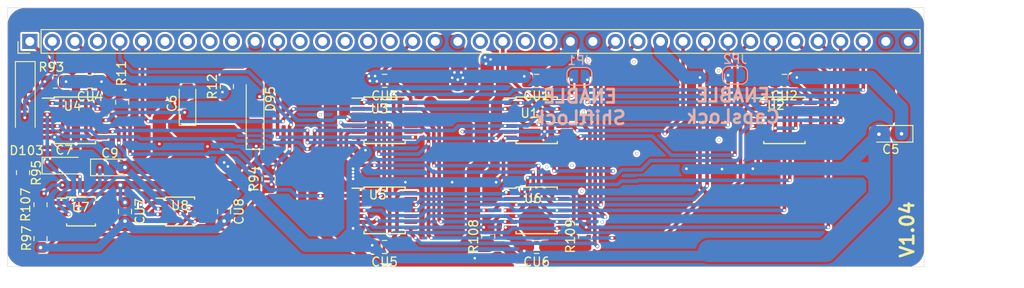
<source format=kicad_pcb>
(kicad_pcb (version 20240108) (generator "pcbnew") (generator_version "8.0")
  (layers (0 "F.Cu" signal) (31 "B.Cu" signal) (34 "B.Paste" user) (35 "F.Paste" user) (36 "B.SilkS" user "B.Silkscreen") (37 "F.SilkS" user "F.Silkscreen") (38 "B.Mask" user) (39 "F.Mask" user) (44 "Edge.Cuts" user))
  (net 0 "")
  (net 1 "/P14")
  (net 2 "/P13")
  (net 3 "GND")
  (net 4 "+5V")
  (net 5 "/PULLUP")
  (net 6 "/P4080")
  (net 7 "/P19")
  (net 8 "/~{PushF8}")
  (net 9 "/DCL")
  (net 10 "Net-(D95-K)")
  (net 11 "Net-(D103-K)")
  (net 12 "Net-(C9-Pad1)")
  (net 13 "/~{PushCL}")
  (net 14 "/~{PushCU}")
  (net 15 "/~{PushF2}")
  (net 16 "/~{PushF4}")
  (net 17 "/~{PushF6}")
  (net 18 "/~{SRS}")
  (net 19 "Net-(U7-Pad5)")
  (net 20 "Net-(U4A-~{S})")
  (net 21 "Net-(U4B-~{S})")
  (net 22 "Net-(U7-Pad2)")
  (net 23 "Net-(JP1-B)")
  (net 24 "/P25")
  (net 25 "Net-(U4B-Q)")
  (net 26 "Net-(U4A-Q)")
  (net 27 "/P08")
  (net 28 "/P24")
  (net 29 "Net-(U1-Pad12)")
  (net 30 "Net-(U2-Pad13)")
  (net 31 "/P10")
  (net 32 "/P09")
  (net 33 "Net-(U2-Pad5)")
  (net 34 "/P06")
  (net 35 "Net-(U3-Pad12)")
  (net 36 "/P05")
  (net 37 "Net-(U3-Pad13)")
  (net 38 "Net-(U3-Pad6)")
  (net 39 "/P07")
  (net 40 "Net-(U3-Pad5)")
  (net 41 "/~{QCL}")
  (net 42 "/~{Q4080}")
  (net 56 "Net-(JP2-B)")
  (footprint "Resistor_SMD:R_0805_2012Metric_Pad1.20x1.40mm_HandSolder" (layer "F.Cu") (at 99.8755 105.215 -90)
    (property "Reference" "R107")
    (property "Value" "2K7")
  )
  (footprint "Capacitor_SMD:C_0805_2012Metric_Pad1.18x1.45mm_HandSolder" (layer "F.Cu") (at 183.759 91.245 180)
    (property "Reference" "CU2")
    (property "Value" "100nF")
  )
  (footprint "Resistor_SMD:R_0805_2012Metric_Pad1.20x1.40mm_HandSolder" (layer "F.Cu") (at 125.593 102.294 90)
    (property "Reference" "R94")
    (property "Value" "2K7")
  )
  (footprint "Capacitor_Tantalum_SMD:CP_EIA-3216-10_Kemet-I_Pad1.58x1.35mm_HandSolder" (layer "F.Cu") (at 102.5375 100.8)
    (property "Reference" "C7")
    (property "Value" "10u")
  )
  (footprint "Resistor_SMD:R_0805_2012Metric_Pad1.20x1.40mm_HandSolder" (layer "F.Cu") (at 120.894 91.88 90)
    (property "Reference" "R12")
    (property "Value" "10K")
  )
  (footprint "Diode_SMD:D_MiniMELF_Handsoldering" (layer "F.Cu") (at 124.069 94.42 90)
    (property "Reference" "D95")
    (property "Value" "~")
  )
  (footprint "Resistor_SMD:R_0805_2012Metric_Pad1.20x1.40mm_HandSolder" (layer "F.Cu") (at 150.358 108.771 90)
    (property "Reference" "R108")
    (property "Value" "47K")
  )
  (footprint "Resistor_SMD:R_0805_2012Metric_Pad1.20x1.40mm_HandSolder" (layer "F.Cu") (at 161.28 108.771 90)
    (property "Reference" "R109")
    (property "Value" "47K")
  )
  (footprint "Package_SO:TSSOP-14_4.4x5mm_P0.65mm" (layer "F.Cu") (at 138.674 105.85)
    (property "Reference" "U5")
    (property "Value" "74HCT30PW,118" (hide yes))
  )
  (footprint "Capacitor_Tantalum_SMD:CP_EIA-3216-10_Kemet-I_Pad1.58x1.35mm_HandSolder" (layer "F.Cu") (at 195.7605 97.214 180)
    (property "Reference" "C5")
    (property "Value" "10uF")
  )
  (footprint "Connector_PinHeader_2.54mm:PinHeader_1x40_P2.54mm_Vertical" (layer "F.Cu") (at 98.669 86.8 90)
    (property "Reference" "J2" (hide yes))
    (property "Value" "Conn_01x40")
  )
  (footprint "Capacitor_SMD:C_0805_2012Metric_Pad1.18x1.45mm_HandSolder" (layer "F.Cu") (at 155.819 109.9775 180)
    (property "Reference" "CU6")
    (property "Value" "100nF")
  )
  (footprint "Capacitor_SMD:C_0805_2012Metric_Pad1.18x1.45mm_HandSolder" (layer "F.Cu") (at 120.5765 105.977 -90)
    (property "Reference" "CU8")
    (property "Value" "100nF")
  )
  (footprint "Resistor_SMD:R_0805_2012Metric_Pad1.20x1.40mm_HandSolder" (layer "F.Cu") (at 101.5545 91.333 180)
    (property "Reference" "R93")
    (property "Value" "10K")
  )
  (footprint "Package_SO:TSSOP-8_3x3mm_P0.65mm" (layer "F.Cu") (at 104.4475 105.977)
    (property "Reference" "U7")
    (property "Value" "74HCT3G04DP,125" (hide yes))
  )
  (footprint "Capacitor_Tantalum_SMD:CP_EIA-3216-10_Kemet-I_Pad1.58x1.35mm_HandSolder" (layer "F.Cu") (at 116.449 93.785 90)
    (property "Reference" "C6")
    (property "Value" "10u")
  )
  (footprint "Capacitor_SMD:C_0805_2012Metric_Pad1.18x1.45mm_HandSolder" (layer "F.Cu") (at 105.4545 91.333 180)
    (property "Reference" "CU4")
    (property "Value" "100nF")
  )
  (footprint "Package_SO:TSSOP-14_4.4x5mm_P0.65mm" (layer "F.Cu") (at 103.749 95.69)
    (property "Reference" "U4")
    (property "Value" "74HCT74PW,118" (hide yes))
  )
  (footprint "Resistor_SMD:R_0805_2012Metric_Pad1.20x1.40mm_HandSolder" (layer "F.Cu") (at 109.083 93.658 -90)
    (property "Reference" "R11")
    (property "Value" "22K")
  )
  (footprint "Diode_SMD:D_MiniMELF_Handsoldering" (layer "F.Cu") (at 98.1545 93.733 -90)
    (property "Reference" "D103")
    (property "Value" "~")
  )
  (footprint "Resistor_SMD:R_0805_2012Metric_Pad1.20x1.40mm_HandSolder" (layer "F.Cu") (at 97.9 101.6 90)
    (property "Reference" "R95")
    (property "Value" "2K7")
  )
  (footprint "Package_SO:TSSOP-14_4.4x5mm_P0.65mm" (layer "F.Cu") (at 183.759 95.69)
    (property "Reference" "U2")
    (property "Value" "74HCT4066PW,118" (hide yes))
  )
  (footprint "Capacitor_SMD:C_0805_2012Metric_Pad1.18x1.45mm_HandSolder" (layer "F.Cu") (at 155.819 91.245 180)
    (property "Reference" "CU1")
    (property "Value" "100nF")
  )
  (footprint "Package_SO:TSSOP-8_3x3mm_P0.65mm" (layer "F.Cu") (at 115.6235 105.977)
    (property "Reference" "U8")
    (property "Value" "74HCT2G00DP,125" (hide yes))
  )
  (footprint "Capacitor_SMD:C_0805_2012Metric_Pad1.18x1.45mm_HandSolder" (layer "F.Cu") (at 138.674 91.245 180)
    (property "Reference" "CU3")
    (property "Value" "100nF")
  )
  (footprint "Capacitor_Tantalum_SMD:CP_EIA-3216-10_Kemet-I_Pad1.58x1.35mm_HandSolder" (layer "F.Cu") (at 108 101)
    (property "Reference" "C9")
    (property "Value" "10u")
  )
  (footprint "Package_SO:TSSOP-14_4.4x5mm_P0.65mm" (layer "F.Cu") (at 138.674 95.69)
    (property "Reference" "U3")
    (property "Value" "74HCT4066PW,118" (hide yes))
  )
  (footprint "Resistor_SMD:R_0805_2012Metric_Pad1.20x1.40mm_HandSolder" (layer "F.Cu") (at 99.8755 109.025 -90)
    (property "Reference" "R97")
    (property "Value" "5K6")
  )
  (footprint "Capacitor_SMD:C_0805_2012Metric_Pad1.18x1.45mm_HandSolder" (layer "F.Cu") (at 138.674 109.9775 180)
    (property "Reference" "CU5")
    (property "Value" "100nF")
  )
  (footprint "Capacitor_SMD:C_0805_2012Metric_Pad1.18x1.45mm_HandSolder" (layer "F.Cu") (at 109.4005 105.977 -90)
    (property "Reference" "CU7")
    (property "Value" "100nF")
  )
  (footprint "Package_SO:TSSOP-14_4.4x5mm_P0.65mm" (layer "F.Cu") (at 155.819 105.85)
    (property "Reference" "U6")
    (property "Value" "74HCT04PW,118" (hide yes))
  )
  (footprint "Package_SO:TSSOP-14_4.4x5mm_P0.65mm" (layer "F.Cu") (at 155.819 95.69)
    (property "Reference" "U1")
    (property "Value" "74HCT4066PW,118" (hide yes))
  )
  (footprint "Jumper:SolderJumper-2_P1.3mm_Open_RoundedPad1.0x1.5mm" (layer "B.Cu") (at 178.19 90.61 180)
    (property "Reference" "JP2")
    (property "Value" "SolderJumper_2_Open")
  )
  (footprint "Jumper:SolderJumper-2_P1.3mm_Open_RoundedPad1.0x1.5mm" (layer "B.Cu") (at 160.645 90.737 180)
    (property "Reference" "JP1")
    (property "Value" "SolderJumper_2_Open" (hide yes))
  )
  (gr_line (start 199.507 82.99) (end 199.507 112.2) (stroke (width 0.05)) (layer "Edge.Cuts"))
  (gr_line (start 96.1545 82.99) (end 96.1545 112.2) (stroke (width 0.05)) (layer "Edge.Cuts"))
  (gr_line (start 199.507 112.2) (end 194.046 112.2) (stroke (width 0.05)) (layer "Edge.Cuts"))
  (gr_line (start 199.507 83) (end 96.1545 83) (stroke (width 0.05)) (layer "Edge.Cuts"))
  (gr_line (start 96.1545 112.2) (end 194.046 112.2) (stroke (width 0.05)) (layer "Edge.Cuts"))
  (gr_text "ENABLE\nShiftLock" (at 160.71 96.29 0) (layer "B.SilkS") (effects (font (size 1.5 1.5) (thickness 0.3) (bold yes)) (justify bottom mirror)))
  (gr_text "ENABLE\nCapsLock" (at 177.97 96.17 0) (layer "B.SilkS") (effects (font (size 1.5 1.5) (thickness 0.3) (bold yes)) (justify bottom mirror)))
  (gr_text "V1.04" (at 197.602 108.009 90) (layer "F.SilkS") (effects (font (size 1.5 1.5) (thickness 0.3))))
  (via (at 131.435 95.055) (size 0.35) (drill 0.3) (layers "F.Cu" "B.Cu") (net 0))
  (via (at 176.393 97.9125) (size 0.35) (drill 0.3) (layers "F.Cu" "B.Cu") (net 0))
  (via (at 176.3295 90.102) (size 0.35) (drill 0.3) (layers "F.Cu" "B.Cu") (net 0))
  (via (at 160.899 103.691) (size 0.35) (drill 0.3) (layers "F.Cu" "B.Cu") (net 0))
  (via (at 166.8045 89.086) (size 0.35) (drill 0.3) (layers "F.Cu" "B.Cu") (net 0))
  (via (at 163.2104 107.1708) (size 0.35) (drill 0.3) (layers "F.Cu" "B.Cu") (net 0))
  (via (at 159.8195 100.77) (size 0.35) (drill 0.3) (layers "F.Cu" "B.Cu") (net 0))
  (via (at 161.5975 88.959) (size 0.35) (drill 0.3) (layers "F.Cu" "B.Cu") (net 0))
  (via (at 156.962 100.9605) (size 0.35) (drill 0.3) (layers "F.Cu" "B.Cu") (net 0))
  (via (at 161.0895 94.801) (size 0.35) (drill 0.3) (layers "F.Cu" "B.Cu") (net 0))
  (via (at 167.0966 99.4492) (size 0.35) (drill 0.3) (layers "F.Cu" "B.Cu") (net 0))
  (segment (start 159.894 96.34) (end 160.391 96.833) (width 0.4) (layer "F.Cu") (net 1))
  (segment (start 172.329 95.161) (end 170.29 97.2) (width 0.4) (layer "F.Cu") (net 1))
  (segment (start 172.329 86.8) (end 172.329 95.161) (width 0.4) (layer "F.Cu") (net 1))
  (segment (start 158.769 96.34) (end 159.894 96.34) (width 0.4) (layer "F.Cu") (net 1))
  (segment (start 160.391 96.833) (end 160.387 96.833) (width 0.4) (layer "F.Cu") (net 1))
  (via (at 160.391 96.833) (size 0.35) (drill 0.3) (layers "F.Cu" "B.Cu") (net 1))
  (via (at 170.29 97.2) (size 0.35) (drill 0.3) (layers "F.Cu" "B.Cu") (net 1))
  (segment (start 169.923 96.833) (end 170.29 97.2) (width 0.4) (layer "B.Cu") (net 1))
  (segment (start 160.391 96.833) (end 169.923 96.833) (width 0.4) (layer "B.Cu") (net 1))
  (segment (start 135.724 94.39) (end 137.247 94.39) (width 0.4) (layer "F.Cu") (net 2))
  (segment (start 143.627 97.218) (end 143.627 98.357) (width 0.4) (layer "F.Cu") (net 2))
  (segment (start 174.870736 103.779264) (end 174.234 103.142528) (width 0.4) (layer "F.Cu") (net 2))
  (segment (start 175.036472 103.945) (end 174.870736 103.779264) (width 0.4) (layer "F.Cu") (net 2))
  (segment (start 164.328 108.9615) (end 170.019972 108.9615) (width 0.4) (layer "F.Cu") (net 2))
  (segment (start 180.809 95.04) (end 179.55 95.04) (width 0.4) (layer "F.Cu") (net 2))
  (segment (start 170.019972 108.9615) (end 174.765736 104.215736) (width 0.4) (layer "F.Cu") (net 2))
  (segment (start 177.409 103.945) (end 175.036472 103.945) (width 0.4) (layer "F.Cu") (net 2))
  (segment (start 174.870736 104.110736) (end 174.870736 103.779264) (width 0.4) (layer "F.Cu") (net 2))
  (segment (start 136.849 95.04) (end 137.26 95.04) (width 0.4) (layer "F.Cu") (net 2))
  (segment (start 143.627 97.218) (end 143.2145 96.8055) (width 0.4) (layer "F.Cu") (net 2))
  (segment (start 137.4535 94.8465) (end 137.4535 94.5965) (width 0.4) (layer "F.Cu") (net 2))
  (segment (start 141.624 96.99) (end 142.8 96.99) (width 0.4) (layer "F.Cu") (net 2))
  (segment (start 137.8885 95.0315) (end 137.7035 94.8465) (width 0.4) (layer "F.Cu") (net 2))
  (segment (start 179.55 95.04) (end 179.3055 94.7955) (width 0.4) (layer "F.Cu") (net 2))
  (segment (start 179.3055 94.7955) (end 179.3055 94.5555) (width 0.4) (layer "F.Cu") (net 2))
  (segment (start 135.724 95.04) (end 136.849 95.04) (width 0.4) (layer "F.Cu") (net 2))
  (segment (start 143.627 98.357) (end 143.627 108.644) (width 0.4) (layer "F.Cu") (net 2))
  (segment (start 177.409 103.945) (end 178.806 102.548) (width 0.4) (layer "F.Cu") (net 2))
  (segment (start 143.2145 96.8055) (end 142.9845 96.8055) (width 0.4) (layer "F.Cu") (net 2))
  (segment (start 137.7035 94.8465) (end 137.4535 94.8465) (width 0.4) (layer "F.Cu") (net 2))
  (segment (start 178.806 95.055) (end 179.0655 94.7955) (width 0.4) (layer "F.Cu") (net 2))
  (segment (start 142.9845 96.5755) (end 143.627 97.218) (width 0.4) (layer "F.Cu") (net 2))
  (segment (start 142.8 96.99) (end 142.9845 96.8055) (width 0.4) (layer "F.Cu") (net 2))
  (segment (start 142.9845 96.8055) (end 142.9845 96.5755) (width 0.4) (layer "F.Cu") (net 2))
  (segment (start 174.234 90.864) (end 174.234 103.056) (width 0.4) (layer "F.Cu") (net 2))
  (segment (start 179.0655 94.7955) (end 179.3055 94.7955) (width 0.4) (layer "F.Cu") (net 2))
  (segment (start 178.806 99.840542) (end 178.806 99.754) (width 0.4) (layer "F.Cu") (net 2))
  (segment (start 178.806 95.055) (end 179.3055 94.5555) (width 0.4) (layer "F.Cu") (net 2))
  (segment (start 138.024 99.388) (end 138.024 99.5) (width 0.4) (layer "F.Cu") (net 2))
  (segment (start 141.624 96.34) (end 142.749 96.34) (width 0.4) (layer "F.Cu") (net 2))
  (segment (start 137.247 94.39) (end 137.4535 94.5965) (width 0.4) (layer "F.Cu") (net 2))
  (segment (start 178.806 102.548) (end 178.806 99.754) (width 0.4) (layer "F.Cu") (net 2))
  (segment (start 137.8885 95.0315) (end 138.024 95.167) (width 0.4) (layer "F.Cu") (net 2))
  (segment (start 138.024 95.167) (end 138.024 99.388) (width 0.4) (layer "F.Cu") (net 2))
  (segment (start 174.765736 104.215736) (end 174.870736 104.110736) (width 0.4) (layer "F.Cu") (net 2))
  (segment (start 174.234 103.142528) (end 174.234 103.056) (width 0.4) (layer "F.Cu") (net 2))
  (segment (start 143.627 108.644) (end 143.9445 108.9615) (width 0.4) (layer "F.Cu") (net 2))
  (segment (start 179.3055 94.5555) (end 179.471 94.39) (width 0.4) (layer "F.Cu") (net 2))
  (segment (start 137.26 95.04) (end 137.4535 94.8465) (width 0.4) (layer "F.Cu") (net 2))
  (segment (start 174.765736 104.215736) (end 175.036472 103.945) (width 0.4) (layer "F.Cu") (net 2))
  (segment (start 179.471 94.39) (end 180.809 94.39) (width 0.4) (layer "F.Cu") (net 2))
  (segment (start 178.806 99.754) (end 178.806 95.055) (width 0.4) (layer "F.Cu") (net 2))
  (segment (start 137.4535 94.5965) (end 137.8885 95.0315) (width 0.4) (layer "F.Cu") (net 2))
  (segment (start 142.749 96.34) (end 142.9845 96.5755) (width 0.4) (layer "F.Cu") (net 2))
  (via (at 164.328 108.9615) (size 0.35) (drill 0.3) (layers "F.Cu" "B.Cu") (net 2))
  (via (at 138.024 99.5) (size 0.35) (drill 0.3) (layers "F.Cu" "B.Cu") (net 2))
  (via (at 143.627 98.357) (size 0.35) (drill 0.3) (layers "F.Cu" "B.Cu") (net 2))
  (via (at 174.234 90.864) (size 0.35) (drill 0.3) (layers "F.Cu" "B.Cu") (net 2))
  (via (at 143.9445 108.9615) (size 0.35) (drill 0.3) (layers "F.Cu" "B.Cu") (net 2))
  (segment (start 169.789 88.002081) (end 172.650919 90.864) (width 1.5) (layer "B.Cu") (net 2))
  (segment (start 142.484 99.5) (end 143.627 98.357) (width 0.4) (layer "B.Cu") (net 2))
  (segment (start 163.8835 108.9615) (end 164.328 108.9615) (width 0.4) (layer "B.Cu") (net 2))
  (segment (start 172.650919 90.864) (end 174.234 90.864) (width 1.5) (layer "B.Cu") (net 2))
  (segment (start 138.024 99.5) (end 140.71 99.5) (width 0.4) (layer "B.Cu") (net 2))
  (segment (start 140.71 99.5) (end 142.484 99.5) (width 0.4) (layer "B.Cu") (net 2))
  (segment (start 164.328 108.9615) (end 164.328 108.9615) (width 0.4) (layer "B.Cu") (net 2))
  (segment (start 169.789 86.8) (end 169.789 88.002081) (width 1.5) (layer "B.Cu") (net 2))
  (segment (start 143.9445 108.9615) (end 163.8835 108.9615) (width 0.4) (layer "B.Cu") (net 2))
  (segment (start 181.934 97.64) (end 182.734 96.84) (width 0.4) (layer "F.Cu") (net 3))
  (segment (start 113.4735 106.952) (end 109.505 106.952) (width 0.4) (layer "F.Cu") (net 3))
  (segment (start 185.029 96.579) (end 185.029 95.2455) (width 0.4) (layer "F.Cu") (net 3))
  (segment (start 154.794 109.9775) (end 154.219 109.9775) (width 1.5) (layer "F.Cu") (net 3))
  (segment (start 103.876 93.257492) (end 103.876 95.69) (width 0.92) (layer "F.Cu") (net 3))
  (segment (start 103.876 100.701) (end 103.975 100.8) (width 0.8) (layer "F.Cu") (net 3))
  (segment (start 144.389 86.8) (end 145.238999 87.649999) (width 1.5) (layer "F.Cu") (net 3))
  (segment (start 113.262372 99.814554) (end 114.431936 98.64499) (width 1.5) (layer "F.Cu") (net 3))
  (segment (start 119.758503 99.624503) (end 120.5815 100.4475) (width 1.5) (layer "F.Cu") (net 3))
  (segment (start 100.5755 110.05) (end 102.2975 108.328) (width 0.4) (layer "F.Cu") (net 3))
  (segment (start 120.5815 100.4475) (end 120.899 100.765) (width 1.5) (layer "F.Cu") (net 3))
  (segment (start 102.2975 107.552) (end 102.2975 106.952) (width 0.4) (layer "F.Cu") (net 3))
  (segment (start 135.724 97.64) (end 135.724 98.265) (width 0.4) (layer "F.Cu") (net 3))
  (segment (start 152.869 95.04) (end 155.763542 95.04) (width 0.4) (layer "F.Cu") (net 3))
  (segment (start 133.467 91.245) (end 132.570992 92.141008) (width 1.5) (layer "F.Cu") (net 3))
  (segment (start 186.709 95.04) (end 186.709 97.64) (width 0.4) (layer "F.Cu") (net 3))
  (segment (start 152.318561 107.775001) (end 152.844001 107.775001) (width 0.4) (layer "F.Cu") (net 3))
  (segment (start 156.708 95.984458) (end 156.708 97.595) (width 0.4) (layer "F.Cu") (net 3))
  (segment (start 155.763542 95.04) (end 156.708 95.984458) (width 0.4) (layer "F.Cu") (net 3))
  (segment (start 102.2975 108.328) (end 102.2975 107.552) (width 0.4) (layer "F.Cu") (net 3))
  (segment (start 115.03175 93.76475) (end 113.274 95.5225) (width 1.5) (layer "F.Cu") (net 3))
  (segment (start 114.431936 98.117936) (end 113.274 96.96) (width 1.5) (layer "F.Cu") (net 3))
  (segment (start 114.431936 98.64499) (end 114.431936 98.117936) (width 1.5) (layer "F.Cu") (net 3))
  (segment (start 157.7875 98.6745) (end 157.7875 101.405) (width 0.4) (layer "F.Cu") (net 3))
  (segment (start 185.2345 95.04) (end 186.709 95.04) (width 0.4) (layer "F.Cu") (net 3))
  (segment (start 103.876 91.8865) (end 104.4295 91.333) (width 0.92) (layer "F.Cu") (net 3))
  (segment (start 152.088001 97.896999) (end 152.088001 101.833999) (width 0.4) (layer "F.Cu") (net 3))
  (segment (start 120.899 100.765) (end 120.904 100.77) (width 1.5) (layer "F.Cu") (net 3))
  (segment (start 180.809 100.545) (end 180.203 101.151) (width 0.4) (layer "F.Cu") (net 3))
  (segment (start 156.708 97.595) (end 157.7875 98.6745) (width 0.4) (layer "F.Cu") (net 3))
  (segment (start 118.77899 98.64499) (end 119.758503 99.624503) (width 1.5) (layer "F.Cu") (net 3))
  (segment (start 99.8755 110.05) (end 100.5755 110.05) (width 0.4) (layer "F.Cu") (net 3))
  (segment (start 146.929 88.451) (end 146.929 91.67) (width 1.5) (layer "F.Cu") (net 3))
  (segment (start 133.721 91.245) (end 137.023 91.245) (width 1.5) (layer "F.Cu") (net 3))
  (segment (start 132.570992 99.365992) (end 135.118 101.913) (width 1.5) (layer "F.Cu") (net 3))
  (segment (start 114.431936 98.64499) (end 116.6 98.64499) (width 1.5) (layer "F.Cu") (net 3))
  (segment (start 135.724 98.265) (end 136.515 99.056) (width 0.4) (layer "F.Cu") (net 3))
  (segment (start 113.274 99.802926) (end 113.262372 99.814554) (width 1.5) (layer "F.Cu") (net 3))
  (segment (start 152.263 97.722) (end 152.088001 97.896999) (width 0.4) (layer "F.Cu") (net 3))
  (segment (start 109.505 106.952) (end 109.4005 107.0565) (width 0.4) (layer "F.Cu") (net 3))
  (segment (start 153.101 108.466) (end 153.406 108.771) (width 1.5) (layer "F.Cu") (net 3))
  (segment (start 180.809 97.64) (end 181.934 97.64) (width 0.4) (layer "F.Cu") (net 3))
  (segment (start 182.734 96.84) (end 182.734 96.588) (width 0.4) (layer "F.Cu") (net 3))
  (segment (start 152.088001 101.833999) (end 151.247 102.675) (width 0.4) (layer "F.Cu") (net 3))
  (segment (start 146.929 86.8) (end 146.929 88.451) (width 1.5) (layer "F.Cu") (net 3))
  (segment (start 180.809 97.64) (end 180.809 100.545) (width 0.4) (layer "F.Cu") (net 3))
  (segment (start 133.721 91.245) (end 133.467 91.245) (width 1.5) (layer "F.Cu") (net 3))
  (segment (start 152.844001 107.775001) (end 152.869 107.8) (width 0.4) (layer "F.Cu") (net 3))
  (segment (start 145.238999 87.649999) (end 146.127999 87.649999) (width 1.5) (layer "F.Cu") (net 3))
  (segment (start 182.734 96.588) (end 182.734 92.045) (width 0.4) (layer "F.Cu") (net 3))
  (segment (start 152.7075 108.466) (end 153.101 108.466) (width 1.5) (layer "F.Cu") (net 3))
  (segment (start 118.70101 98.64499) (end 118.77899 98.64499) (width 1.5) (layer "F.Cu") (net 3))
  (segment (start 113.274 98.357) (end 113.274 99.802926) (width 1.5) (layer "F.Cu") (net 3))
  (segment (start 113.262372 99.814554) (end 112.076926 101) (width 1.5) (layer "F.Cu") (net 3))
  (segment (start 116.6 98.64499) (end 118.70101 98.64499) (width 1.5) (layer "F.Cu") (net 3))
  (segment (start 152.318561 107.775001) (end 152.318561 107.775001) (width 0.4) (layer "F.Cu") (net 3))
  (segment (start 132.570992 92.141008) (end 132.570992 99.365992) (width 1.5) (layer "F.Cu") (net 3))
  (segment (start 114.95899 98.64499) (end 114.431936 98.117936) (width 1.5) (layer "F.Cu") (net 3))
  (segment (start 103.876 98.357) (end 103.876 100.701) (width 0.8) (layer "F.Cu") (net 3))
  (segment (start 182.734 92.045) (end 182.734 91.245) (width 0.4) (layer "F.Cu") (net 3))
  (segment (start 113.274 96.96) (end 113.274 98.357) (width 1.5) (layer "F.Cu") (net 3))
  (segment (start 144.389 86.8) (end 146.929 86.8) (width 1.5) (layer "F.Cu") (net 3))
  (segment (start 135.724 97.64) (end 135.327 97.64) (width 0.4) (layer "F.Cu") (net 3))
  (segment (start 146.127999 87.649999) (end 146.929 88.451) (width 1.5) (layer "F.Cu") (net 3))
  (segment (start 116.449 92.3475) (end 115.03175 93.76475) (width 1.5) (layer "F.Cu") (net 3))
  (segment (start 103.876 93.257492) (end 103.876 91.8865) (width 0.92) (layer "F.Cu") (net 3))
  (segment (start 112.076926 101) (end 109.4375 101) (width 1.5) (layer "F.Cu") (net 3))
  (segment (start 116.6 98.64499) (end 114.95899 98.64499) (width 1.5) (layer "F.Cu") (net 3))
  (segment (start 113.274 95.5225) (end 113.274 96.96) (width 1.5) (layer "F.Cu") (net 3))
  (segment (start 180.809 96.99) (end 180.809 97.64) (width 0.4) (layer "F.Cu") (net 3))
  (segment (start 185.029 95.2455) (end 185.2345 95.04) (width 0.4) (layer "F.Cu") (net 3))
  (segment (start 154.219 109.9775) (end 153.406 108.771) (width 1.5) (layer "F.Cu") (net 3))
  (segment (start 137.023 91.245) (end 137.474 91.245) (width 1.5) (layer "F.Cu") (net 3))
  (segment (start 103.876 95.69) (end 103.876 98.357) (width 0.92) (layer "F.Cu") (net 3))
  (via (at 156.71 96.96) (size 0.35) (drill 0.3) (layers "F.Cu" "B.Cu") (net 3))
  (via (at 176.72798 101.19702) (size 0.35) (drill 0.3) (layers "F.Cu" "B.Cu") (net 3))
  (via (at 113.274 98.357) (size 0.35) (drill 0.3) (layers "F.Cu" "B.Cu") (net 3))
  (via (at 135.118 107.882) (size 0.35) (drill 0.3) (layers "F.Cu" "B.Cu") (net 3))
  (via (at 151.247 102.675) (size 0.35) (drill 0.3) (layers "F.Cu" "B.Cu") (net 3))
  (via (at 146.548 90.3) (size 0.35) (drill 0.3) (layers "F.Cu" "B.Cu") (net 3))
  (via (at 135.118 102.294) (size 0.35) (drill 0.3) (layers "F.Cu" "B.Cu") (net 3))
  (via (at 182.734 96.588) (size 0.35) (drill 0.3) (layers "F.Cu" "B.Cu") (net 3))
  (via (at 137.8 91.3) (size 0.35) (drill 0.3) (layers "F.Cu" "B.Cu") (net 3))
  (via (at 99.8755 110.041) (size 0.8) (drill 0.4) (layers "F.Cu" "B.Cu") (net 3))
  (via (at 103.876 98.357) (size 0.8) (drill 0.4) (layers "F.Cu" "B.Cu") (net 3))
  (via (at 158.105 96.96) (size 0.35) (drill 0.3) (layers "F.Cu" "B.Cu") (net 3))
  (via (at 136.515 99.056) (size 0.35) (drill 0.3) (layers "F.Cu" "B.Cu") (net 3))
  (via (at 136.9 90.7) (size 0.35) (drill 0.3) (layers "F.Cu" "B.Cu") (net 3))
  (via (at 137.6 90.7) (size 0.35) (drill 0.3) (layers "F.Cu" "B.Cu") (net 3))
  (via (at 146.3 90.9) (size 0.35) (drill 0.3) (layers "F.Cu" "B.Cu") (net 3))
  (via (at 115.03175 93.76475) (size 0.35) (drill 0.3) (layers "F.Cu" "B.Cu") (net 3))
  (via (at 141.0235 102.675) (size 0.35) (drill 0.3) (layers "F.Cu" "B.Cu") (net 3))
  (via (at 157.7875 101.405) (size 0.35) (drill 0.3) (layers "F.Cu" "B.Cu") (net 3))
  (via (at 147.437 96.96) (size 0.35) (drill 0.3) (layers "F.Cu" "B.Cu") (net 3))
  (via (at 152.263 97.722) (size 0.35) (drill 0.3) (layers "F.Cu" "B.Cu") (net 3))
  (via (at 180.203 101.151) (size 0.35) (drill 0.3) (layers "F.Cu" "B.Cu") (net 3))
  (via (at 194.41525 97.26575) (size 0.8) (drill 0.4) (layers "F.Cu" "B.Cu") (net 3))
  (via (at 101.463 97.595) (size 0.35) (drill 0.3) (layers "F.Cu" "B.Cu") (net 3))
  (via (at 118.70101 98.64499) (size 0.35) (drill 0.3) (layers "F.Cu" "B.Cu") (net 3))
  (via (at 154.422 90.737) (size 0.35) (drill 0.3) (layers "F.Cu" "B.Cu") (net 3))
  (via (at 147.5 90.9) (size 0.35) (drill 0.3) (layers "F.Cu" "B.Cu") (net 3))
  (via (at 137.023 91.245) (size 0.35) (drill 0.3) (layers "F.Cu" "B.Cu") (net 3))
  (via (at 146.294 102.675) (size 0.35) (drill 0.3) (layers "F.Cu" "B.Cu") (net 3))
  (via (at 137.277 109.787) (size 0.35) (drill 0.3) (layers "F.Cu" "B.Cu") (net 3))
  (via (at 164.455 101.405) (size 0.35) (drill 0.3) (layers "F.Cu" "B.Cu") (net 3))
  (via (at 121 100.9) (size 0.35) (drill 0.3) (layers "F.Cu" "B.Cu") (net 3))
  (via (at 120.5815 100.4475) (size 0.35) (drill 0.3) (layers "F.Cu" "B.Cu") (net 3))
  (via (at 135.118 101.151) (size 0.35) (drill 0.3) (layers "F.Cu" "B.Cu") (net 3))
  (via (at 135.118 101.913) (size 0.35) (drill 0.3) (layers "F.Cu" "B.Cu") (net 3))
  (via (at 154.422 110.422) (size 0.35) (drill 0.3) (layers "F.Cu" "B.Cu") (net 3))
  (via (at 147.31 90.3) (size 0.35) (drill 0.3) (layers "F.Cu" "B.Cu") (net 3))
  (via (at 120.5765 107.0565) (size 0.8) (drill 0.4) (layers "F.Cu" "B.Cu") (net 3))
  (via (at 172.71 101.151) (size 0.35) (drill 0.3) (layers "F.Cu" "B.Cu") (net 3))
  (via (at 148.834 111.2475) (size 0.35) (drill 0.3) (layers "F.Cu" "B.Cu") (net 3))
  (via (at 123.4975 103.5005) (size 0.8) (drill 0.4) (layers "F.Cu" "B.Cu") (net 3))
  (via (at 152.318561 107.775001) (size 0.35) (drill 0.3) (layers "F.Cu" "B.Cu") (net 3))
  (via (at 109.4 101) (size 0.8) (drill 0.4) (layers "F.Cu" "B.Cu") (net 3))
  (via (at 185.029 96.579) (size 0.35) (drill 0.3) (layers "F.Cu" "B.Cu") (net 3))
  (via (at 146.929 91.1) (size 0.35) (drill 0.3) (layers "F.Cu" "B.Cu") (net 3))
  (via (at 135.118 101.532) (size 0.35) (drill 0.3) (layers "F.Cu" "B.Cu") (net 3))
  (via (at 109.4005 107.0565) (size 0.8) (drill 0.4) (layers "F.Cu" "B.Cu") (net 3))
  (segment (start 123.4975 103.5005) (end 123.4975 104.1355) (width 0.92) (layer "B.Cu") (net 3))
  (segment (start 108.7 101) (end 109.4 101) (width 0.8) (layer "B.Cu") (net 3))
  (segment (start 157.7875 101.405) (end 164.455 101.405) (width 0.4) (layer "B.Cu") (net 3))
  (segment (start 154.174513 90.737) (end 147.691 90.737) (width 1.5) (layer "B.Cu") (net 3))
  (segment (start 154.327498 111.2475) (end 148.834 111.2475) (width 1.14) (layer "B.Cu") (net 3))
  (segment (start 109.800499 107.456499) (end 109.4005 107.0565) (width 0.92) (layer "B.Cu") (net 3))
  (segment (start 147.056 90.737) (end 146.548 90.737) (width 1.5) (layer "B.Cu") (net 3))
  (segment (start 103.876 98.357) (end 106.057 98.357) (width 0.8) (layer "B.Cu") (net 3))
  (segment (start 120.5815 100.4475) (end 121.765001 101.631001) (width 1.5) (layer "B.Cu") (net 3))
  (segment (start 182.990487 96.579) (end 185.029 96.579) (width 0.4) (layer "B.Cu") (net 3))
  (segment (start 154.596999 110.977999) (end 174.694001 110.977999) (width 1.14) (layer "B.Cu") (net 3))
  (segment (start 178.821323 101.19702) (end 176.72798 101.19702) (width 1.14) (layer "B.Cu") (net 3))
  (segment (start 174.694001 110.977999) (end 175.25 110.422) (width 1.14) (layer "B.Cu") (net 3))
  (segment (start 146.04 90.737) (end 137.785 90.737) (width 1.5) (layer "B.Cu") (net 3))
  (segment (start 135.118 100.74202) (end 136.515 99.34502) (width 1.5) (layer "B.Cu") (net 3))
  (segment (start 190.53 101.151) (end 194.41525 97.26575) (width 1.5) (layer "B.Cu") (net 3))
  (segment (start 110.32401 107.98001) (end 109.800499 107.456499) (width 0.92) (layer "B.Cu") (net 3))
  (segment (start 180.203 101.151) (end 178.867343 101.151) (width 1.14) (layer "B.Cu") (net 3))
  (segment (start 154.422 90.737) (end 154.174513 90.737) (width 1.5) (layer "B.Cu") (net 3))
  (segment (start 106.057 98.357) (end 106.2 98.5) (width 0.8) (layer "B.Cu") (net 3))
  (segment (start 156.71 97.33) (end 156.71 96.96) (width 0.4) (layer "B.Cu") (net 3))
  (segment (start 190.53 101.151) (end 193.048 101.151) (width 1.5) (layer "B.Cu") (net 3))
  (segment (start 136.261 102.675) (end 135.292999 101.706999) (width 1.14) (layer "B.Cu") (net 3))
  (segment (start 178.867343 101.151) (end 178.821323 101.19702) (width 1.14) (layer "B.Cu") (net 3))
  (segment (start 123.4975 103.5005) (end 129.784 109.787) (width 1.5) (layer "B.Cu") (net 3))
  (segment (start 106.2 98.5) (end 108.7 101) (width 0.8) (layer "B.Cu") (net 3))
  (segment (start 102.225 98.357) (end 103.876 98.357) (width 0.8) (layer "B.Cu") (net 3))
  (segment (start 137.531 90.737) (end 137.404 90.864) (width 1.5) (layer "B.Cu") (net 3))
  (segment (start 135.118 107.882) (end 135.118 102.294) (width 1.5) (layer "B.Cu") (net 3))
  (segment (start 148.834 111.2475) (end 138.7375 111.2475) (width 1.14) (layer "B.Cu") (net 3))
  (segment (start 194.467 98.34537) (end 194.467 97.214) (width 2.5) (layer "B.Cu") (net 3))
  (segment (start 135.118 108.263) (end 133.594 109.787) (width 1.5) (layer "B.Cu") (net 3))
  (segment (start 154.596999 110.977999) (end 154.327498 111.2475) (width 1.14) (layer "B.Cu") (net 3))
  (segment (start 119.65299 107.98001) (end 110.32401 107.98001) (width 0.92) (layer "B.Cu") (net 3))
  (segment (start 146.548 90.737) (end 146.04 90.737) (width 1.5) (layer "B.Cu") (net 3))
  (segment (start 146.294 102.675) (end 141.0235 102.675) (width 1.14) (layer "B.Cu") (net 3))
  (segment (start 194.467 104.333466) (end 194.467 102.57) (width 2.5) (layer "B.Cu") (net 3))
  (segment (start 147.564 90.737) (end 147.056 90.737) (width 1.5) (layer "B.Cu") (net 3))
  (segment (start 188.378466 110.422) (end 194.467 104.333466) (width 2.5) (layer "B.Cu") (net 3))
  (segment (start 138.7375 111.2475) (end 137.451999 109.961999) (width 1.14) (layer "B.Cu") (net 3))
  (segment (start 121.765001 101.631001) (end 121.765001 101.768001) (width 1.5) (layer "B.Cu") (net 3))
  (segment (start 182.981487 96.588) (end 182.990487 96.579) (width 0.4) (layer "B.Cu") (net 3))
  (segment (start 135.118 102.294) (end 135.118 101.532) (width 1.5) (layer "B.Cu") (net 3))
  (segment (start 135.118 107.882) (end 135.118 108.263) (width 1.5) (layer "B.Cu") (net 3))
  (segment (start 152.263 97.722) (end 156.318 97.722) (width 0.4) (layer "B.Cu") (net 3))
  (segment (start 123.4975 104.1355) (end 120.5765 107.0565) (width 0.92) (layer "B.Cu") (net 3))
  (segment (start 151.247 102.675) (end 146.294 102.675) (width 1.14) (layer "B.Cu") (net 3))
  (segment (start 109.4005 107.0565) (end 106.416 110.041) (width 0.92) (layer "B.Cu") (net 3))
  (segment (start 194.467 102.57) (end 194.467 98.34537) (width 2.5) (layer "B.Cu") (net 3))
  (segment (start 135.118 101.151) (end 135.118 100.74202) (width 1.5) (layer "B.Cu") (net 3))
  (segment (start 129.784 109.787) (end 133.594 109.787) (width 1.5) (layer "B.Cu") (net 3))
  (segment (start 180.203 101.151) (end 190.53 101.151) (width 1.5) (layer "B.Cu") (net 3))
  (segment (start 99.8755 110.041) (end 99.8755 110.041) (width 0.92) (layer "B.Cu") (net 3))
  (segment (start 154.422 110.803) (end 154.596999 110.977999) (width 1.14) (layer "B.Cu") (net 3))
  (segment (start 135.292999 101.706999) (end 135.118 101.532) (width 1.14) (layer "B.Cu") (net 3))
  (segment (start 158.105 96.96) (end 156.71 96.96) (width 0.4) (layer "B.Cu") (net 3))
  (segment (start 156.71 96.96) (end 147.437 96.96) (width 0.4) (layer "B.Cu") (net 3))
  (segment (start 135.118 101.532) (end 135.118 101.151) (width 1.5) (layer "B.Cu") (net 3))
  (segment (start 137.277 109.787) (end 137.023 109.787) (width 1.5) (layer "B.Cu") (net 3))
  (segment (start 141.0235 102.675) (end 136.261 102.675) (width 1.14) (layer "B.Cu") (net 3))
  (segment (start 101.463 97.595) (end 102.225 98.357) (width 0.8) (layer "B.Cu") (net 3))
  (segment (start 185.029 96.579) (end 185.029 96.579) (width 0.4) (layer "B.Cu") (net 3))
  (segment (start 147.691 90.737) (end 147.564 90.737) (width 1.5) (layer "B.Cu") (net 3))
  (segment (start 106.416 110.041) (end 99.8755 110.041) (width 0.92) (layer "B.Cu") (net 3))
  (segment (start 175.25 110.422) (end 188.378466 110.422) (width 2.5) (layer "B.Cu") (net 3))
  (segment (start 137.785 90.737) (end 137.531 90.737) (width 1.5) (layer "B.Cu") (net 3))
  (segment (start 193.048 101.151) (end 194.467 102.57) (width 1.5) (layer "B.Cu") (net 3))
  (segment (start 194.41525 97.26575) (end 194.467 97.214) (width 1.5) (layer "B.Cu") (net 3))
  (segment (start 120.5765 107.0565) (end 119.65299 107.98001) (width 0.92) (layer "B.Cu") (net 3))
  (segment (start 133.594 109.787) (end 137.277 109.787) (width 1.5) (layer "B.Cu") (net 3))
  (segment (start 121.765001 101.768001) (end 123.4975 103.5005) (width 1.5) (layer "B.Cu") (net 3))
  (segment (start 156.318 97.722) (end 156.71 97.33) (width 0.4) (layer "B.Cu") (net 3))
  (segment (start 182.734 96.588) (end 182.981487 96.588) (width 0.4) (layer "B.Cu") (net 3))
  (segment (start 176.72798 101.19702) (end 172.71 101.19702) (width 1.14) (layer "B.Cu") (net 3))
  (segment (start 137.451999 109.961999) (end 137.277 109.787) (width 1.14) (layer "B.Cu") (net 3))
  (segment (start 137.023 109.787) (end 135.118 107.882) (width 1.5) (layer "B.Cu") (net 3))
  (segment (start 118.935001 103.002001) (end 120.014501 103.002001) (width 0.92) (layer "F.Cu") (net 4))
  (segment (start 156.844 110.6775) (end 156.844 109.9775) (width 0.92) (layer "F.Cu") (net 4))
  (segment (start 132.462628 109.172628) (end 133.086 109.796) (width 0.92) (layer "F.Cu") (net 4))
  (segment (start 195.189 85.597919) (end 194.09108 84.499999) (width 2.5) (layer "F.Cu") (net 4))
  (segment (start 158.769 103.9) (end 159.711 103.9) (width 0.4) (layer "F.Cu") (net 4))
  (segment (start 148.69999 108.93799) (end 149.558 109.796) (width 1.5) (layer "F.Cu") (net 4))
  (segment (start 149.558 109.796) (end 150.358 109.796) (width 1.5) (layer "F.Cu") (net 4))
  (segment (start 133.086 109.796) (end 135.08805 109.796) (width 0.92) (layer "F.Cu") (net 4))
  (segment (start 125.579001 94.914001) (end 125.579001 98.597001) (width 0.92) (layer "F.Cu") (net 4))
  (segment (start 126.203049 99.221049) (end 125.87875 98.89675) (width 0.92) (layer "F.Cu") (net 4))
  (segment (start 163.26692 84.499999) (end 164.440999 84.499999) (width 2.5) (layer "F.Cu") (net 4))
  (segment (start 190.221999 84.499999) (end 195.428999 84.499999) (width 2.5) (layer "F.Cu") (net 4))
  (segment (start 162.169 85.597919) (end 163.26692 84.499999) (width 2.5) (layer "F.Cu") (net 4))
  (segment (start 153.634955 111.38751) (end 156.13399 111.38751) (width 0.92) (layer "F.Cu") (net 4))
  (segment (start 159.629 86.8) (end 161.929001 84.499999) (width 2.5) (layer "F.Cu") (net 4))
  (segment (start 148.239003 94.270001) (end 149.596 95.626998) (width 1.5) (layer "F.Cu") (net 4))
  (segment (start 136.62956 111.33751) (end 139.03899 111.33751) (width 0.92) (layer "F.Cu") (net 4))
  (segment (start 106.4795 93.5205) (end 106.699 93.74) (width 0.4) (layer "F.Cu") (net 4))
  (segment (start 156.844 91.245) (end 159.629 88.46) (width 1.5) (layer "F.Cu") (net 4))
  (segment (start 156.844 92.94) (end 156.844 91.245) (width 0.4) (layer "F.Cu") (net 4))
  (segment (start 164.440999 84.499999) (end 190.221999 84.499999) (width 2.5) (layer "F.Cu") (net 4))
  (segment (start 139.699 110.6775) (end 139.699 109.9775) (width 0.92) (layer "F.Cu") (net 4))
  (segment (start 163.125919 84.641) (end 162.169 85.597919) (width 1.5) (layer "F.Cu") (net 4))
  (segment (start 196.967 97.214) (end 196.967 97.214) (width 2.5) (layer "F.Cu") (net 4))
  (segment (start 144.366001 94.270001) (end 148.239003 94.270001) (width 1.5) (layer "F.Cu") (net 4))
  (segment (start 141.624 103.9) (end 140.499 103.9) (width 0.4) (layer "F.Cu") (net 4))
  (segment (start 147.490492 110.114508) (end 148.69999 108.90501) (width 1.5) (layer "F.Cu") (net 4))
  (segment (start 109.3505 105.002) (end 109.4005 104.952) (width 0.4) (layer "F.Cu") (net 4))
  (segment (start 143.836 93.74) (end 144.366001 94.270001) (width 1.5) (layer "F.Cu") (net 4))
  (segment (start 124.831 94.166) (end 125.579001 94.914001) (width 0.92) (layer "F.Cu") (net 4))
  (segment (start 148.69999 101.41201) (end 148.69999 108.90501) (width 1.5) (layer "F.Cu") (net 4))
  (segment (start 129.394 102.04) (end 129.394 106.11595) (width 0.92) (layer "F.Cu") (net 4))
  (segment (start 156.13399 111.38751) (end 156.844 110.6775) (width 0.92) (layer "F.Cu") (net 4))
  (segment (start 102.361501 103.002001) (end 102.361501 103.002001) (width 0.92) (layer "F.Cu") (net 4))
  (segment (start 126.575049 99.221049) (end 125.579001 99.221049) (width 0.92) (layer "F.Cu") (net 4))
  (segment (start 161.929001 84.499999) (end 164.440999 84.499999) (width 2.5) (layer "F.Cu") (net 4))
  (segment (start 139.699 109.9775) (end 141.511498 109.9775) (width 1.5) (layer "F.Cu") (net 4))
  (segment (start 159.629 88.46) (end 159.629 86.8) (width 1.5) (layer "F.Cu") (net 4))
  (segment (start 140.071 104.328) (end 140.071 108.39) (width 0.4) (layer "F.Cu") (net 4))
  (segment (start 139.849011 108.611989) (end 139.849011 108.705533) (width 0.4) (layer "F.Cu") (net 4))
  (segment (start 158.769 93.74) (end 157.644 93.74) (width 0.4) (layer "F.Cu") (net 4))
  (segment (start 141.624 93.74) (end 141.624 93.17) (width 0.4) (layer "F.Cu") (net 4))
  (segment (start 150.358 109.796) (end 152.043445 109.796) (width 0.92) (layer "F.Cu") (net 4))
  (segment (start 123.059055 94.166) (end 124.831 94.166) (width 0.92) (layer "F.Cu") (net 4))
  (segment (start 121.798055 92.905) (end 123.059055 94.166) (width 0.92) (layer "F.Cu") (net 4))
  (segment (start 120.014501 103.002001) (end 120.64 103.6275) (width 0.92) (layer "F.Cu") (net 4))
  (segment (start 108.882999 103.002001) (end 102.361501 103.002001) (width 0.92) (layer "F.Cu") (net 4))
  (segment (start 148.239003 94.270001) (end 148.539001 94.270001) (width 1.5) (layer "F.Cu") (net 4))
  (segment (start 195.189 86.8) (end 197.729 86.8) (width 2.5) (layer "F.Cu") (net 4))
  (segment (start 149.596 95.626998) (end 149.596 100.516) (width 1.5) (layer "F.Cu") (net 4))
  (segment (start 157.6005 109.796) (end 161.23 109.796) (width 1.5) (layer "F.Cu") (net 4))
  (segment (start 118.935001 103.002001) (end 111.071301 103.002001) (width 0.92) (layer "F.Cu") (net 4))
  (segment (start 135.08805 109.796) (end 136.62956 111.33751) (width 0.92) (layer "F.Cu") (net 4))
  (segment (start 141.624 93.17) (end 139.699 91.245) (width 0.4) (layer "F.Cu") (net 4))
  (segment (start 149.691001 93.118001) (end 149.691001 95.531997) (width 1.5) (layer "F.Cu") (net 4))
  (segment (start 149.596 100.516) (end 148.69999 101.41201) (width 1.5) (layer "F.Cu") (net 4))
  (segment (start 195.428999 84.499999) (end 196.879001 85.950001) (width 2.5) (layer "F.Cu") (net 4))
  (segment (start 149.691001 93.118001) (end 150.231 92.578002) (width 1.5) (layer "F.Cu") (net 4))
  (segment (start 147.490492 110.114508) (end 147.809 109.796) (width 1.5) (layer "F.Cu") (net 4))
  (segment (start 152.043445 109.796) (end 153.634955 111.38751) (width 0.92) (layer "F.Cu") (net 4))
  (segment (start 126.575049 99.221049) (end 129.394 102.04) (width 0.92) (layer "F.Cu") (net 4))
  (segment (start 140.499 103.9) (end 140.071 104.328) (width 0.4) (layer "F.Cu") (net 4))
  (segment (start 194.232081 84.641) (end 195.189 85.597919) (width 1.5) (layer "F.Cu") (net 4))
  (segment (start 121.773499 103.002001) (end 120.64 103.6275) (width 0.92) (layer "F.Cu") (net 4))
  (segment (start 125.87875 98.89675) (end 125.579001 98.597001) (width 0.92) (layer "F.Cu") (net 4))
  (segment (start 109.4005 104.952) (end 109.4005 104.952) (width 0.4) (layer "F.Cu") (net 4))
  (segment (start 157.419 109.9775) (end 157.6005 109.796) (width 1.5) (layer "F.Cu") (net 4))
  (segment (start 111.071301 103.002001) (end 108.882999 103.002001) (width 0.92) (layer "F.Cu") (net 4))
  (segment (start 194.09108 84.499999) (end 190.221999 84.499999) (width 2.5) (layer "F.Cu") (net 4))
  (segment (start 141.511498 109.9775) (end 141.648506 110.114508) (width 1.5) (layer "F.Cu") (net 4))
  (segment (start 195.189 86.8) (end 195.189 85.597919) (width 2.5) (layer "F.Cu") (net 4))
  (segment (start 139.03899 111.33751) (end 139.699 110.6775) (width 0.92) (layer "F.Cu") (net 4))
  (segment (start 159.711 103.9) (end 160.01 104.199) (width 0.4) (layer "F.Cu") (net 4))
  (segment (start 106.699 93.74) (end 107.976 93.74) (width 0.4) (layer "F.Cu") (net 4))
  (segment (start 140.071 108.39) (end 139.849011 108.611989) (width 0.4) (layer "F.Cu") (net 4))
  (segment (start 120.5265 105.002) (end 120.5765 104.952) (width 0.4) (layer "F.Cu") (net 4))
  (segment (start 150.231 92.578002) (end 150.231 89.213) (width 1.5) (layer "F.Cu") (net 4))
  (segment (start 186.709 93.17) (end 184.784 91.245) (width 0.4) (layer "F.Cu") (net 4))
  (segment (start 120.5765 104.952) (end 120.5765 103.691) (width 0.92) (layer "F.Cu") (net 4))
  (segment (start 132.450678 109.172628) (end 132.462628 109.172628) (width 0.92) (layer "F.Cu") (net 4))
  (segment (start 149.691001 95.531997) (end 149.596 95.626998) (width 1.5) (layer "F.Cu") (net 4))
  (segment (start 106.4795 91.333) (end 106.4795 93.5205) (width 0.4) (layer "F.Cu") (net 4))
  (segment (start 197.602 89.213) (end 197.729 89.213) (width 2.5) (layer "F.Cu") (net 4))
  (segment (start 139.849011 108.705533) (end 139.699 108.855544) (width 0.4) (layer "F.Cu") (net 4))
  (segment (start 121.773499 103.002001) (end 118.935001 103.002001) (width 0.92) (layer "F.Cu") (net 4))
  (segment (start 157.644 93.74) (end 156.844 92.94) (width 0.4) (layer "F.Cu") (net 4))
  (segment (start 125.87875 98.89675) (end 121.773499 103.002001) (width 0.92) (layer "F.Cu") (net 4))
  (segment (start 160.01 104.199) (end 160.01 108.526) (width 0.4) (layer "F.Cu") (net 4))
  (segment (start 120.5765 103.691) (end 120.64 103.6275) (width 0.92) (layer "F.Cu") (net 4))
  (segment (start 141.624 93.74) (end 143.836 93.74) (width 0.4) (layer "F.Cu") (net 4))
  (segment (start 195.189 86.8) (end 197.602 89.213) (width 2.5) (layer "F.Cu") (net 4))
  (segment (start 125.579001 98.597001) (end 125.579001 99.221049) (width 0.92) (layer "F.Cu") (net 4))
  (segment (start 148.69999 108.90501) (end 148.69999 108.93799) (width 1.5) (layer "F.Cu") (net 4))
  (segment (start 107.976 93.74) (end 109.083 92.633) (width 0.4) (layer "F.Cu") (net 4))
  (segment (start 148.539001 94.270001) (end 149.691001 93.118001) (width 1.5) (layer "F.Cu") (net 4))
  (segment (start 150.231 89.213) (end 150.231 88.832) (width 1.5) (layer "F.Cu") (net 4))
  (segment (start 196.879001 85.950001) (end 197.729 86.8) (width 2.5) (layer "F.Cu") (net 4))
  (segment (start 162.169 86.8) (end 162.169 85.597919) (width 2.5) (layer "F.Cu") (net 4))
  (segment (start 159.629 86.8) (end 162.169 86.8) (width 1.5) (layer "F.Cu") (net 4))
  (segment (start 186.709 93.74) (end 186.709 93.17) (width 0.4) (layer "F.Cu") (net 4))
  (segment (start 160.01 108.526) (end 161.28 109.796) (width 0.4) (layer "F.Cu") (net 4))
  (segment (start 197.729 96.452) (end 196.967 97.214) (width 2.5) (layer "F.Cu") (net 4))
  (segment (start 147.809 109.796) (end 150.358 109.796) (width 1.5) (layer "F.Cu") (net 4))
  (segment (start 156.844 109.9775) (end 157.419 109.9775) (width 1.5) (layer "F.Cu") (net 4))
  (segment (start 197.729 89.213) (end 197.729 96.452) (width 2.5) (layer "F.Cu") (net 4))
  (segment (start 197.729 86.8) (end 197.729 89.213) (width 2.5) (layer "F.Cu") (net 4))
  (segment (start 126.575049 99.221049) (end 126.203049 99.221049) (width 0.92) (layer "F.Cu") (net 4))
  (segment (start 139.699 108.855544) (end 139.699 109.9775) (width 0.4) (layer "F.Cu") (net 4))
  (segment (start 120.894 92.905) (end 121.798055 92.905) (width 0.92) (layer "F.Cu") (net 4))
  (segment (start 117.7735 105.002) (end 120.5265 105.002) (width 0.4) (layer "F.Cu") (net 4))
  (segment (start 129.394 106.11595) (end 132.450678 109.172628) (width 0.92) (layer "F.Cu") (net 4))
  (segment (start 106.5975 105.002) (end 109.3505 105.002) (width 0.4) (layer "F.Cu") (net 4))
  (segment (start 141.648506 110.114508) (end 147.490492 110.114508) (width 1.5) (layer "F.Cu") (net 4))
  (via (at 109.4005 104.952) (size 0.8) (drill 0.4) (layers "F.Cu" "B.Cu") (net 4))
  (via (at 196.967 97.214) (size 0.8) (drill 0.4) (layers "F.Cu" "B.Cu") (net 4))
  (via (at 185.156 90.864) (size 0.35) (drill 0.3) (layers "F.Cu" "B.Cu") (net 4))
  (via (at 108.882999 103.002001) (size 0.8) (drill 0.4) (layers "F.Cu" "B.Cu") (net 4))
  (via (at 150 88.6) (size 0.35) (drill 0.3) (layers "F.Cu" "B.Cu") (net 4))
  (via (at 102.7545 91.333) (size 0.35) (drill 0.3) (layers "F.Cu" "B.Cu") (net 4))
  (via (at 109.464 92.261) (size 0.35) (drill 0.3) (layers "F.Cu" "B.Cu") (net 4))
  (via (at 150.1 89.3) (size 0.35) (drill 0.3) (layers "F.Cu" "B.Cu") (net 4))
  (via (at 100.2565 103.945) (size 0.35) (drill 0.3) (layers "F.Cu" "B.Cu") (net 4))
  (via (at 102.361501 103.002001) (size 0.35) (drill 0.3) (layers "F.Cu" "B.Cu") (net 4))
  (via (at 106.7545 91.333) (size 0.35) (drill 0.3) (layers "F.Cu" "B.Cu") (net 4))
  (via (at 150.612 88.832) (size 0.35) (drill 0.3) (layers "F.Cu" "B.Cu") (net 4))
  (via (at 120.386 92.515) (size 0.35) (drill 0.3) (layers "F.Cu" "B.Cu") (net 4))
  (segment (start 108.882999 103.002001) (end 108.882999 104.434499) (width 0.4) (layer "B.Cu") (net 4))
  (segment (start 109.464 92.261) (end 107.6825 92.261) (width 1.5) (layer "B.Cu") (net 4))
  (segment (start 158.613 88.832) (end 159.375 88.07) (width 1.5) (layer "B.Cu") (net 4))
  (segment (start 108.882999 104.434499) (end 109.4005 104.952) (width 0.4) (layer "B.Cu") (net 4))
  (segment (start 109.464 92.261) (end 109.718 92.515) (width 1.5) (layer "B.Cu") (net 4))
  (segment (start 159.375 88.07) (end 159.561081 88.07) (width 1.5) (layer "B.Cu") (net 4))
  (segment (start 159.561081 88.07) (end 159.629 88.002081) (width 1.5) (layer "B.Cu") (net 4))
  (segment (start 159.629 88.002081) (end 159.629 86.8) (width 1.5) (layer "B.Cu") (net 4))
  (segment (start 102.361501 103.002001) (end 101.199499 103.002001) (width 0.4) (layer "B.Cu") (net 4))
  (segment (start 150.231 88.832) (end 150.612 88.832) (width 1.5) (layer "B.Cu") (net 4))
  (segment (start 150.612 88.832) (end 158.613 88.832) (width 1.5) (layer "B.Cu") (net 4))
  (segment (start 193.538 90.864) (end 196.967 94.293) (width 1.5) (layer "B.Cu") (net 4))
  (segment (start 106.7545 91.333) (end 102.7545 91.333) (width 1.5) (layer "B.Cu") (net 4))
  (segment (start 196.967 94.293) (end 196.967 97.214) (width 1.5) (layer "B.Cu") (net 4))
  (segment (start 101.199499 103.002001) (end 100.2565 103.945) (width 0.4) (layer "B.Cu") (net 4))
  (segment (start 109.718 92.515) (end 120.386 92.515) (width 1.5) (layer "B.Cu") (net 4))
  (segment (start 185.156 90.864) (end 193.538 90.864) (width 1.5) (layer "B.Cu") (net 4))
  (segment (start 107.6825 92.261) (end 106.7545 91.333) (width 1.5) (layer "B.Cu") (net 4))
  (segment (start 135.724 104.55) (end 135.5625 104.199) (width 0.4) (layer "F.Cu") (net 5))
  (segment (start 109.972 99.5) (end 109.972 96.342416) (width 0.4) (layer "F.Cu") (net 5))
  (segment (start 131.435 104.199) (end 135.5625 104.199) (width 0.4) (layer "F.Cu") (net 5))
  (segment (start 108.79 94.39) (end 109.083 94.683) (width 0.4) (layer "F.Cu") (net 5))
  (segment (start 135.5625 104.199) (end 135.724 103.9) (width 0.4) (layer "F.Cu") (net 5))
  (segment (start 109.083 95.453416) (end 109.083 94.683) (width 0.4) (layer "F.Cu") (net 5))
  (segment (start 109.972 96.342416) (end 109.083 95.453416) (width 0.4) (layer "F.Cu") (net 5))
  (segment (start 109.972 99.5) (end 109.972 99.5) (width 0.4) (layer "F.Cu") (net 5))
  (segment (start 106.699 94.39) (end 108.79 94.39) (width 0.4) (layer "F.Cu") (net 5))
  (via (at 131.435 104.199) (size 0.35) (drill 0.3) (layers "F.Cu" "B.Cu") (net 5))
  (via (at 101.209 93.785) (size 0.35) (drill 0.3) (layers "F.Cu" "B.Cu") (net 5))
  (via (at 106.289 94.42) (size 0.35) (drill 0.3) (layers "F.Cu" "B.Cu") (net 5))
  (via (at 109.972 99.5) (size 0.35) (drill 0.3) (layers "F.Cu" "B.Cu") (net 5))
  (segment (start 118.89951 99.297492) (end 122.151992 99.297492) (width 0.4) (layer "B.Cu") (net 5))
  (segment (start 122.151992 99.297492) (end 124.8945 102.04) (width 0.4) (layer "B.Cu") (net 5))
  (segment (start 128.03451 103.52901) (end 128.7045 104.199) (width 0.4) (layer "B.Cu") (net 5))
  (segment (start 101.209 93.785) (end 105.654 93.785) (width 0.4) (layer "B.Cu") (net 5))
  (segment (start 109.972 99.5) (end 118.697002 99.5) (width 0.4) (layer "B.Cu") (net 5))
  (segment (start 124.8945 102.761542) (end 125.661968 103.52901) (width 0.4) (layer "B.Cu") (net 5))
  (segment (start 128.7045 104.199) (end 131.435 104.199) (width 0.4) (layer "B.Cu") (net 5))
  (segment (start 124.8945 102.04) (end 124.8945 102.761542) (width 0.4) (layer "B.Cu") (net 5))
  (segment (start 131.435 104.199) (end 131.435 104.199) (width 0.4) (layer "B.Cu") (net 5))
  (segment (start 105.654 93.785) (end 106.289 94.42) (width 0.4) (layer "B.Cu") (net 5))
  (segment (start 118.697002 99.5) (end 118.89951 99.297492) (width 0.4) (layer "B.Cu") (net 5))
  (segment (start 125.661968 103.52901) (end 128.03451 103.52901) (width 0.4) (layer "B.Cu") (net 5))
  (segment (start 124.069 89.975) (end 124.069 91.67) (width 1.5) (layer "F.Cu") (net 6))
  (segment (start 128.133 96.198) (end 127.958001 96.372999) (width 0.4) (layer "F.Cu") (net 6))
  (segment (start 124.069 86.8) (end 124.069 89.975) (width 1.5) (layer "F.Cu") (net 6))
  (segment (start 120.894 90.855) (end 123.189 90.855) (width 1.5) (layer "F.Cu") (net 6))
  (segment (start 127.958001 96.372999) (end 127.958001 98.912999) (width 0.4) (layer "F.Cu") (net 6))
  (segment (start 123.189 90.855) (end 124.069 89.975) (width 1.5) (layer "F.Cu") (net 6))
  (via (at 126.101 101.024) (size 0.35) (drill 0.3) (layers "F.Cu" "B.Cu") (net 6))
  (via (at 127.958001 98.912999) (size 0.35) (drill 0.3) (layers "F.Cu" "B.Cu") (net 6))
  (via (at 128.133 96.198) (size 0.35) (drill 0.3) (layers "F.Cu" "B.Cu") (net 6))
  (via (at 124.577 93.023) (size 0.35) (drill 0.3) (layers "F.Cu" "B.Cu") (net 6))
  (segment (start 128.133 95.857458) (end 128.133 96.198) (width 0.4) (layer "B.Cu") (net 6))
  (segment (start 127.958001 99.166999) (end 126.101 101.024) (width 0.4) (layer "B.Cu") (net 6))
  (segment (start 125.298542 93.023) (end 128.133 95.857458) (width 0.4) (layer "B.Cu") (net 6))
  (segment (start 124.577 93.023) (end 125.298542 93.023) (width 0.4) (layer "B.Cu") (net 6))
  (segment (start 127.958001 98.912999) (end 127.958001 99.166999) (width 0.4) (layer "B.Cu") (net 6))
  (segment (start 127.244 95.569513) (end 128.393513 94.42) (width 0.4) (layer "F.Cu") (net 7))
  (segment (start 111.369 86.8) (end 111.369 95.182) (width 0.4) (layer "F.Cu") (net 7))
  (segment (start 127.244 95.817) (end 127.244 95.569513) (width 0.4) (layer "F.Cu") (net 7))
  (segment (start 111.369 95.182) (end 112.004 95.817) (width 0.4) (layer "F.Cu") (net 7))
  (via (at 152.263 94.42) (size 0.35) (drill 0.3) (layers "F.Cu" "B.Cu") (net 7))
  (via (at 127.244 95.817) (size 0.35) (drill 0.3) (layers "F.Cu" "B.Cu") (net 7))
  (via (at 128.393513 94.42) (size 0.35) (drill 0.3) (layers "F.Cu" "B.Cu") (net 7))
  (via (at 112.004 95.817) (size 0.35) (drill 0.3) (layers "F.Cu" "B.Cu") (net 7))
  (segment (start 112.004 95.817) (end 127.244 95.817) (width 0.4) (layer "B.Cu") (net 7))
  (segment (start 130.546 94.42) (end 128.393513 94.42) (width 0.4) (layer "B.Cu") (net 7))
  (segment (start 130.546 94.42) (end 152.263 94.42) (width 0.4) (layer "B.Cu") (net 7))
  (segment (start 175.039271 88.172352) (end 174.869 88.002081) (width 0.4) (layer "F.Cu") (net 8))
  (segment (start 174.869 88.002081) (end 174.869 86.8) (width 0.4) (layer "F.Cu") (net 8))
  (segment (start 175.039271 103.099271) (end 175.039271 88.172352) (width 0.4) (layer "F.Cu") (net 8))
  (via (at 175.039271 103.099271) (size 0.35) (drill 0.3) (layers "F.Cu" "B.Cu") (net 8))
  (via (at 158.105 104.58) (size 0.35) (drill 0.3) (layers "F.Cu" "B.Cu") (net 8))
  (via (at 142.23 105.215) (size 0.35) (drill 0.3) (layers "F.Cu" "B.Cu") (net 8))
  (segment (start 174.488 103.691) (end 174.488 103.650542) (width 0.4) (layer "B.Cu") (net 8))
  (segment (start 158.105 104.58) (end 173.599 104.58) (width 0.4) (layer "B.Cu") (net 8))
  (segment (start 173.599 104.58) (end 174.488 103.691) (width 0.4) (layer "B.Cu") (net 8))
  (segment (start 174.488 103.650542) (end 175.039271 103.099271) (width 0.4) (layer "B.Cu") (net 8))
  (segment (start 158.105 104.58) (end 142.865 104.58) (width 0.4) (layer "B.Cu") (net 8))
  (segment (start 142.865 104.58) (end 142.23 105.215) (width 0.4) (layer "B.Cu") (net 8))
  (segment (start 98.1545 98.8455) (end 97.9 99.1) (width 0.4) (layer "F.Cu") (net 9))
  (segment (start 97.9 99.1) (end 97.9 100.6) (width 0.4) (layer "F.Cu") (net 9))
  (segment (start 98.1545 96.483) (end 98.1545 98.8455) (width 0.4) (layer "F.Cu") (net 9))
  (via (at 100.3545 91.333) (size 0.35) (drill 0.3) (layers "F.Cu" "B.Cu") (net 9))
  (via (at 98.1 95.4) (size 0.35) (drill 0.3) (layers "F.Cu" "B.Cu") (net 9))
  (segment (start 101.209 86.8) (end 101.209 90.4785) (width 0.4) (layer "B.Cu") (net 9))
  (segment (start 101.209 90.4785) (end 100.3545 91.333) (width 0.4) (layer "B.Cu") (net 9))
  (segment (start 100.3545 91.333) (end 98.1 93.5875) (width 0.4) (layer "B.Cu") (net 9))
  (segment (start 98.1 93.5875) (end 98.1 95.4) (width 0.4) (layer "B.Cu") (net 9))
  (segment (start 123.6245 105.648256) (end 120.695736 108.57702) (width 0.4) (layer "F.Cu") (net 10))
  (segment (start 105.3365 106.613) (end 105.6475 106.302) (width 0.4) (layer "F.Cu") (net 10))
  (segment (start 125.593 103.319) (end 125.5205 103.319) (width 0.4) (layer "F.Cu") (net 10))
  (segment (start 105.3365 107.628) (end 105.3365 106.613) (width 0.4) (layer "F.Cu") (net 10))
  (segment (start 122.1215 95.2225) (end 124.069 97.17) (width 1.5) (layer "F.Cu") (net 10))
  (segment (start 116.449 95.2225) (end 122.1215 95.2225) (width 1.5) (layer "F.Cu") (net 10))
  (segment (start 105.6475 106.302) (end 106.5975 106.302) (width 0.4) (layer "F.Cu") (net 10))
  (segment (start 106.28552 108.57702) (end 105.3365 107.628) (width 0.4) (layer "F.Cu") (net 10))
  (segment (start 123.6245 105.215) (end 123.6245 105.648256) (width 0.4) (layer "F.Cu") (net 10))
  (segment (start 125.5205 103.319) (end 123.6245 105.215) (width 0.4) (layer "F.Cu") (net 10))
  (segment (start 120.695736 108.57702) (end 106.28552 108.57702) (width 0.4) (layer "F.Cu") (net 10))
  (via (at 107.2415 95.69) (size 0.35) (drill 0.3) (layers "F.Cu" "B.Cu") (net 10))
  (via (at 125.9105 102.929) (size 0.35) (drill 0.3) (layers "F.Cu" "B.Cu") (net 10))
  (via (at 116.1315 94.801) (size 0.35) (drill 0.3) (layers "F.Cu" "B.Cu") (net 10))
  (via (at 124.196 98.611) (size 0.35) (drill 0.3) (layers "F.Cu" "B.Cu") (net 10))
  (segment (start 124.196 100.3255) (end 125.9105 102.04) (width 0.4) (layer "B.Cu") (net 10))
  (segment (start 108.377987 94.801) (end 116.1315 94.801) (width 0.4) (layer "B.Cu") (net 10))
  (segment (start 107.2415 95.69) (end 107.488987 95.69) (width 0.4) (layer "B.Cu") (net 10))
  (segment (start 107.488987 95.69) (end 108.377987 94.801) (width 0.4) (layer "B.Cu") (net 10))
  (segment (start 116.1315 94.801) (end 116.1315 94.801) (width 0.4) (layer "B.Cu") (net 10))
  (segment (start 124.196 98.611) (end 124.196 100.3255) (width 0.4) (layer "B.Cu") (net 10))
  (segment (start 125.9105 102.04) (end 125.9105 102.929) (width 0.4) (layer "B.Cu") (net 10))
  (segment (start 98.1545 93.4955) (end 98.1545 90.983) (width 0.4) (layer "F.Cu") (net 11))
  (segment (start 99.2 102.6) (end 97.9 102.6) (width 0.4) (layer "F.Cu") (net 11))
  (segment (start 100.6345 100.4) (end 100.6345 101.1655) (width 0.4) (layer "F.Cu") (net 11))
  (segment (start 100.6345 101.1655) (end 99.2 102.6) (width 0.4) (layer "F.Cu") (net 11))
  (segment (start 100.6345 95.043) (end 99.702 95.043) (width 0.4) (layer "F.Cu") (net 11))
  (segment (start 103.043 106.302) (end 103.0505 106.2945) (width 0.4) (layer "F.Cu") (net 11))
  (segment (start 99.702 95.043) (end 98.1545 93.4955) (width 0.4) (layer "F.Cu") (net 11))
  (segment (start 102.2975 106.302) (end 103.043 106.302) (width 0.4) (layer "F.Cu") (net 11))
  (via (at 100.6345 100.4) (size 0.35) (drill 0.3) (layers "F.Cu" "B.Cu") (net 11))
  (via (at 103.0505 106.2945) (size 0.35) (drill 0.3) (layers "F.Cu" "B.Cu") (net 11))
  (via (at 100.6345 95.043) (size 0.35) (drill 0.3) (layers "F.Cu" "B.Cu") (net 11))
  (segment (start 103.0505 106.2945) (end 103.0505 106.2945) (width 0.4) (layer "B.Cu") (net 11))
  (segment (start 103.0505 106.2945) (end 101.9 105.144) (width 0.4) (layer "B.Cu") (net 11))
  (segment (start 101.9 105.144) (end 101.9 104.31203) (width 0.4) (layer "B.Cu") (net 11))
  (segment (start 101.9 104.31203) (end 102.961501 103.250529) (width 0.4) (layer "B.Cu") (net 11))
  (segment (start 100.6345 99.883) (end 100.6345 95.043) (width 0.4) (layer "B.Cu") (net 11))
  (segment (start 103.0505 106.2945) (end 103.0505 106.2945) (width 0.4) (layer "B.Cu") (net 11))
  (segment (start 102.961501 102.727001) (end 100.6345 100.4) (width 0.4) (layer "B.Cu") (net 11))
  (segment (start 102.961501 103.250529) (end 102.961501 102.727001) (width 0.4) (layer "B.Cu") (net 11))
  (segment (start 100.6345 100.4) (end 100.6345 99.883) (width 0.4) (layer "B.Cu") (net 11))
  (segment (start 99.8755 106.215) (end 99.8915 106.215) (width 0.4) (layer "F.Cu") (net 12))
  (segment (start 102.2975 105.002) (end 101.6945 105.002) (width 0.4) (layer "F.Cu") (net 12))
  (segment (start 101.5675 105.002) (end 101.6945 105.002) (width 0.4) (layer "F.Cu") (net 12))
  (segment (start 99.8755 108) (end 99.8755 106.24) (width 0.4) (layer "F.Cu") (net 12))
  (segment (start 101.1135 105.002) (end 100.8915 105.215) (width 0.4) (layer "F.Cu") (net 12))
  (segment (start 99.8915 106.215) (end 100.8915 105.215) (width 0.4) (layer "F.Cu") (net 12))
  (segment (start 102.2975 105.002) (end 103.198 105.002) (width 0.4) (layer "F.Cu") (net 12))
  (segment (start 101.1045 105.002) (end 100.8915 105.215) (width 0.4) (layer "F.Cu") (net 12))
  (segment (start 103.198 105.002) (end 103.5 104.7) (width 0.4) (layer "F.Cu") (net 12))
  (segment (start 101.6945 105.002) (end 101.1045 105.002) (width 0.4) (layer "F.Cu") (net 12))
  (via (at 106.5625 101) (size 0.35) (drill 0.3) (layers "F.Cu" "B.Cu") (net 12))
  (via (at 103.5 104.7) (size 0.35) (drill 0.3) (layers "F.Cu" "B.Cu") (net 12))
  (segment (start 104.8915 104.6085) (end 106.5625 102.9375) (width 0.4) (layer "B.Cu") (net 12))
  (segment (start 104.8915 104.6085) (end 104.8 104.7) (width 0.4) (layer "B.Cu") (net 12))
  (segment (start 106.5625 101) (end 106.5625 102.9375) (width 0.4) (layer "B.Cu") (net 12))
  (segment (start 104.8 104.7) (end 103.5 104.7) (width 0.4) (layer "B.Cu") (net 12))
  (segment (start 141.849 86.8) (end 138.62401 90.02499) (width 0.4) (layer "F.Cu") (net 13))
  (segment (start 138.62401 90.02499) (end 138.62401 103.42499) (width 0.4) (layer "F.Cu") (net 13))
  (segment (start 136.849 105.2) (end 135.724 105.2) (width 0.4) (layer "F.Cu") (net 13))
  (segment (start 138.0715 103.9775) (end 136.849 105.2) (width 0.4) (layer "F.Cu") (net 13))
  (segment (start 138.62401 103.42499) (end 138.0715 103.9775) (width 0.4) (layer "F.Cu") (net 13))
  (via (at 152.39 103.818) (size 0.35) (drill 0.3) (layers "F.Cu" "B.Cu") (net 13))
  (via (at 138.0715 103.9775) (size 0.35) (drill 0.3) (layers "F.Cu" "B.Cu") (net 13))
  (segment (start 138.0715 103.9775) (end 152.2305 103.9775) (width 0.4) (layer "B.Cu") (net 13))
  (segment (start 152.2305 103.9775) (end 152.39 103.818) (width 0.4) (layer "B.Cu") (net 13))
  (segment (start 152.869 105.2) (end 151.744 105.2) (width 0.4) (layer "F.Cu") (net 14))
  (segment (start 167.249 86.8) (end 165.998999 88.050001) (width 0.4) (layer "F.Cu") (net 14))
  (segment (start 163.058 90.100998) (end 163.058 105.215) (width 0.4) (layer "F.Cu") (net 14))
  (segment (start 151.643 105.2) (end 150.993 105.85) (width 0.4) (layer "F.Cu") (net 14))
  (segment (start 150.993 105.85) (end 149.85 105.85) (width 0.4) (layer "F.Cu") (net 14))
  (segment (start 165.998999 88.050001) (end 165.108997 88.050001) (width 0.4) (layer "F.Cu") (net 14))
  (segment (start 151.744 105.2) (end 151.643 105.2) (width 0.4) (layer "F.Cu") (net 14))
  (segment (start 165.108997 88.050001) (end 163.058 90.100998) (width 0.4) (layer "F.Cu") (net 14))
  (via (at 149.85 105.85) (size 0.35) (drill 0.3) (layers "F.Cu" "B.Cu") (net 14))
  (via (at 163.058 105.215) (size 0.35) (drill 0.3) (layers "F.Cu" "B.Cu") (net 14))
  (via (at 136.388 105.85) (size 0.35) (drill 0.3) (layers "F.Cu" "B.Cu") (net 14))
  (via (at 153.533 105.215) (size 0.35) (drill 0.3) (layers "F.Cu" "B.Cu") (net 14))
  (segment (start 143.373 105.85) (end 142.77299 106.45001) (width 0.4) (layer "B.Cu") (net 14))
  (segment (start 163.058 105.215) (end 153.533 105.215) (width 0.4) (layer "B.Cu") (net 14))
  (segment (start 138.89301 106.45001) (end 138.293 105.85) (width 0.4) (layer "B.Cu") (net 14))
  (segment (start 138.293 105.85) (end 136.388 105.85) (width 0.4) (layer "B.Cu") (net 14))
  (segment (start 149.85 105.85) (end 143.373 105.85) (width 0.4) (layer "B.Cu") (net 14))
  (segment (start 142.77299 106.45001) (end 138.89301 106.45001) (width 0.4) (layer "B.Cu") (net 14))
  (segment (start 163.859001 87.649999) (end 163.859001 88.451455) (width 0.4) (layer "F.Cu") (net 15))
  (segment (start 151.604 106.5) (end 152.869 106.5) (width 0.4) (layer "F.Cu") (net 15))
  (segment (start 162.423 89.887456) (end 162.423 89.975) (width 0.4) (layer "F.Cu") (net 15))
  (segment (start 162.423 105.428542) (end 163.566 106.571542) (width 0.4) (layer "F.Cu") (net 15))
  (segment (start 163.859001 88.451455) (end 162.423 89.887456) (width 0.4) (layer "F.Cu") (net 15))
  (segment (start 150.358 107.746) (end 151.604 106.5) (width 0.4) (layer "F.Cu") (net 15))
  (segment (start 164.709 86.8) (end 163.859001 87.649999) (width 0.4) (layer "F.Cu") (net 15))
  (segment (start 162.423 89.975) (end 162.423 105.428542) (width 0.4) (layer "F.Cu") (net 15))
  (via (at 136.388 106.485) (size 0.35) (drill 0.3) (layers "F.Cu" "B.Cu") (net 15))
  (via (at 163.566 106.571542) (size 0.35) (drill 0.3) (layers "F.Cu" "B.Cu") (net 15))
  (via (at 153.533 106.485) (size 0.35) (drill 0.3) (layers "F.Cu" "B.Cu") (net 15))
  (via (at 149.85 107.755) (size 0.35) (drill 0.3) (layers "F.Cu" "B.Cu") (net 15))
  (segment (start 137.404 107.755) (end 136.896 107.247) (width 0.4) (layer "B.Cu") (net 15))
  (segment (start 163.185 106.485) (end 163.271542 106.571542) (width 0.4) (layer "B.Cu") (net 15))
  (segment (start 136.896 107.247) (end 136.896 106.993) (width 0.4) (layer "B.Cu") (net 15))
  (segment (start 149.85 107.755) (end 137.404 107.755) (width 0.4) (layer "B.Cu") (net 15))
  (segment (start 136.896 106.993) (end 136.388 106.485) (width 0.4) (layer "B.Cu") (net 15))
  (segment (start 153.533 106.485) (end 163.185 106.485) (width 0.4) (layer "B.Cu") (net 15))
  (segment (start 163.271542 106.571542) (end 163.566 106.571542) (width 0.4) (layer "B.Cu") (net 15))
  (segment (start 188.712 90.483) (end 188.712 98.611) (width 0.4) (layer "F.Cu") (net 16))
  (segment (start 188.712 98.611) (end 188.712 107.755) (width 0.4) (layer "F.Cu") (net 16))
  (segment (start 185.029 86.8) (end 187.442 89.213) (width 0.4) (layer "F.Cu") (net 16))
  (segment (start 136.442999 107.174999) (end 137.476001 107.174999) (width 0.4) (layer "F.Cu") (net 16))
  (segment (start 136.418 107.15) (end 136.442999 107.174999) (width 0.4) (layer "F.Cu") (net 16))
  (segment (start 135.724 107.15) (end 136.418 107.15) (width 0.4) (layer "F.Cu") (net 16))
  (segment (start 137.476001 107.174999) (end 137.785 106.866) (width 0.4) (layer "F.Cu") (net 16))
  (segment (start 187.442 89.213) (end 188.585 90.356) (width 0.4) (layer "F.Cu") (net 16))
  (segment (start 188.585 90.356) (end 188.712 90.483) (width 0.4) (layer "F.Cu") (net 16))
  (via (at 161.407 107.755) (size 0.35) (drill 0.3) (layers "F.Cu" "B.Cu") (net 16))
  (via (at 137.785 106.866) (size 0.35) (drill 0.3) (layers "F.Cu" "B.Cu") (net 16))
  (via (at 158.105 107.12) (size 0.35) (drill 0.3) (layers "F.Cu" "B.Cu") (net 16))
  (via (at 188.712 107.755) (size 0.35) (drill 0.3) (layers "F.Cu" "B.Cu") (net 16))
  (segment (start 137.96902 107.05002) (end 143.18898 107.05002) (width 0.4) (layer "B.Cu") (net 16))
  (segment (start 160.772 107.12) (end 161.407 107.755) (width 0.4) (layer "B.Cu") (net 16))
  (segment (start 137.785 106.866) (end 137.96902 107.05002) (width 0.4) (layer "B.Cu") (net 16))
  (segment (start 152.476542 106.485) (end 153.111542 107.12) (width 0.4) (layer "B.Cu") (net 16))
  (segment (start 188.712 107.755) (end 161.407 107.755) (width 0.4) (layer "B.Cu") (net 16))
  (segment (start 143.754 106.485) (end 152.476542 106.485) (width 0.4) (layer "B.Cu") (net 16))
  (segment (start 153.111542 107.12) (end 158.105 107.12) (width 0.4) (layer "B.Cu") (net 16))
  (segment (start 143.18898 107.05002) (end 143.754 106.485) (width 0.4) (layer "B.Cu") (net 16))
  (segment (start 158.105 107.12) (end 160.772 107.12) (width 0.4) (layer "B.Cu") (net 16))
  (segment (start 182.489 86.8) (end 182.489 88.002081) (width 0.4) (layer "F.Cu") (net 17))
  (segment (start 182.489 88.002081) (end 183.759 89.272081) (width 0.4) (layer "F.Cu") (net 17))
  (segment (start 183.759 89.272081) (end 183.759 105.85) (width 0.4) (layer "F.Cu") (net 17))
  (via (at 142.23 105.85) (size 0.35) (drill 0.3) (layers "F.Cu" "B.Cu") (net 17))
  (via (at 183.759 105.85) (size 0.35) (drill 0.3) (layers "F.Cu" "B.Cu") (net 17))
  (via (at 158.105 105.85) (size 0.35) (drill 0.3) (layers "F.Cu" "B.Cu") (net 17))
  (segment (start 153.319458 105.85) (end 157.857513 105.85) (width 0.4) (layer "B.Cu") (net 17))
  (segment (start 142.23 105.85) (end 142.477487 105.85) (width 0.4) (layer "B.Cu") (net 17))
  (segment (start 157.857513 105.85) (end 158.105 105.85) (width 0.4) (layer "B.Cu") (net 17))
  (segment (start 142.484 105.809542) (end 143.113532 105.18001) (width 0.4) (layer "B.Cu") (net 17))
  (segment (start 183.759 105.85) (end 158.105 105.85) (width 0.4) (layer "B.Cu") (net 17))
  (segment (start 142.477487 105.85) (end 142.484 105.843487) (width 0.4) (layer "B.Cu") (net 17))
  (segment (start 152.649468 105.18001) (end 153.319458 105.85) (width 0.4) (layer "B.Cu") (net 17))
  (segment (start 142.484 105.843487) (end 142.484 105.809542) (width 0.4) (layer "B.Cu") (net 17))
  (segment (start 143.113532 105.18001) (end 152.649468 105.18001) (width 0.4) (layer "B.Cu") (net 17))
  (segment (start 117.7735 106.952) (end 117.4425 106.952) (width 0.4) (layer "F.Cu") (net 18))
  (segment (start 114.4235 105.002) (end 115.6235 106.202) (width 0.4) (layer "F.Cu") (net 18))
  (segment (start 112.5235 105.002) (end 113.4735 105.002) (width 0.4) (layer "F.Cu") (net 18))
  (segment (start 111.59849 105.92701) (end 112.5235 105.002) (width 0.4) (layer "F.Cu") (net 18))
  (segment (start 113.4735 105.002) (end 114.4235 105.002) (width 0.4) (layer "F.Cu") (net 18))
  (segment (start 115.6235 106.202) (end 115.6235 106.202) (width 0.4) (layer "F.Cu") (net 18))
  (segment (start 117.4425 106.952) (end 117.2745 107.12) (width 0.4) (layer "F.Cu") (net 18))
  (segment (start 108.406244 105.652) (end 108.681254 105.92701) (width 0.4) (layer "F.Cu") (net 18))
  (segment (start 108.681254 105.92701) (end 111.59849 105.92701) (width 0.4) (layer "F.Cu") (net 18))
  (segment (start 106.5975 105.652) (end 108.406244 105.652) (width 0.4) (layer "F.Cu") (net 18))
  (via (at 115.6235 106.202) (size 0.35) (drill 0.3) (layers "F.Cu" "B.Cu") (net 18))
  (via (at 117.2745 107.12) (size 0.35) (drill 0.3) (layers "F.Cu" "B.Cu") (net 18))
  (segment (start 116.788987 107.12) (end 117.2745 107.12) (width 0.4) (layer "B.Cu") (net 18))
  (segment (start 117.2745 107.12) (end 117.2745 107.12) (width 0.4) (layer "B.Cu") (net 18))
  (segment (start 115.870987 106.202) (end 116.788987 107.12) (width 0.4) (layer "B.Cu") (net 18))
  (segment (start 115.6235 106.202) (end 115.870987 106.202) (width 0.4) (layer "B.Cu") (net 18))
  (segment (start 108.57251 107.97701) (end 115.14849 107.97701) (width 0.4) (layer "F.Cu") (net 19))
  (segment (start 107.5475 106.952) (end 108.57251 107.97701) (width 0.4) (layer "F.Cu") (net 19))
  (segment (start 106.5975 106.952) (end 107.5475 106.952) (width 0.4) (layer "F.Cu") (net 19))
  (segment (start 116.8235 106.302) (end 117.7735 106.302) (width 0.4) (layer "F.Cu") (net 19))
  (segment (start 115.14849 107.97701) (end 116.8235 106.302) (width 0.4) (layer "F.Cu") (net 19))
  (segment (start 101.232333 98.738) (end 102.5 100.005667) (width 0.4) (layer "F.Cu") (net 20))
  (segment (start 100.1295 98.738) (end 101.232333 98.738) (width 0.4) (layer "F.Cu") (net 20))
  (segment (start 113.4735 106.302) (end 113.091 106.302) (width 0.4) (layer "F.Cu") (net 20))
  (segment (start 99.4945 98.103) (end 100.1295 98.738) (width 0.4) (layer "F.Cu") (net 20))
  (segment (start 99.4945 95.8695) (end 99.4945 98.103) (width 0.4) (layer "F.Cu") (net 20))
  (segment (start 111.1785 105.215) (end 111.1785 105.215) (width 0.4) (layer "F.Cu") (net 20))
  (segment (start 113.091 106.302) (end 113.0835 106.2945) (width 0.4) (layer "F.Cu") (net 20))
  (segment (start 102.5 100.005667) (end 102.5 101.213666) (width 0.4) (layer "F.Cu") (net 20))
  (segment (start 108.649744 104.0085) (end 108.681254 103.97699) (width 0.4) (layer "F.Cu") (net 20))
  (segment (start 99.674 95.69) (end 99.4945 95.8695) (width 0.4) (layer "F.Cu") (net 20))
  (segment (start 108.681254 103.97699) (end 110.32149 103.97699) (width 0.4) (layer "F.Cu") (net 20))
  (segment (start 104.3205 104.0085) (end 108.649744 104.0085) (width 0.4) (layer "F.Cu") (net 20))
  (segment (start 100.799 95.69) (end 99.674 95.69) (width 0.4) (layer "F.Cu") (net 20))
  (segment (start 110.32149 103.97699) (end 111.1785 104.834) (width 0.4) (layer "F.Cu") (net 20))
  (segment (start 103.326334 102.04) (end 104.3205 102.04) (width 0.4) (layer "F.Cu") (net 20))
  (segment (start 102.5 101.213666) (end 103.326334 102.04) (width 0.4) (layer "F.Cu") (net 20))
  (segment (start 111.1785 104.834) (end 111.1785 105.215) (width 0.4) (layer "F.Cu") (net 20))
  (via (at 104.3205 104.0085) (size 0.35) (drill 0.3) (layers "F.Cu" "B.Cu") (net 20))
  (via (at 111.1785 105.215) (size 0.35) (drill 0.3) (layers "F.Cu" "B.Cu") (net 20))
  (via (at 113.0835 106.2945) (size 0.35) (drill 0.3) (layers "F.Cu" "B.Cu") (net 20))
  (via (at 104.3205 102.04) (size 0.35) (drill 0.3) (layers "F.Cu" "B.Cu") (net 20))
  (segment (start 112.010513 106.2945) (end 113.0835 106.2945) (width 0.4) (layer "B.Cu") (net 20))
  (segment (start 111.1785 105.215) (end 111.1785 105.462487) (width 0.4) (layer "B.Cu") (net 20))
  (segment (start 111.1785 105.462487) (end 112.010513 106.2945) (width 0.4) (layer "B.Cu") (net 20))
  (segment (start 104.3205 104.0085) (end 104.3205 104.0085) (width 0.4) (layer "B.Cu") (net 20))
  (segment (start 104.3205 104.0085) (end 104.3205 102.04) (width 0.4) (layer "B.Cu") (net 20))
  (segment (start 113.0835 106.2945) (end 113.0835 106.2945) (width 0.4) (layer "B.Cu") (net 20))
  (segment (start 104.3205 102.04) (end 104.3205 102.04) (width 0.4) (layer "B.Cu") (net 20))
  (segment (start 106.7612 96.34) (end 106.786199 96.364999) (width 0.4) (layer "F.Cu") (net 21))
  (segment (start 106.786199 96.364999) (end 108.297499 96.364999) (width 0.4) (layer "F.Cu") (net 21))
  (segment (start 108.702 98.23) (end 108.702 98.23) (width 0.4) (layer "F.Cu") (net 21))
  (segment (start 108.297499 96.364999) (end 108.702 96.7695) (width 0.4) (layer "F.Cu") (net 21))
  (segment (start 108.702 96.7695) (end 108.702 98.23) (width 0.4) (layer "F.Cu") (net 21))
  (segment (start 117.7735 105.652) (end 116.6955 105.652) (width 0.4) (layer "F.Cu") (net 21))
  (segment (start 116.6955 105.652) (end 116.6395 105.596) (width 0.4) (layer "F.Cu") (net 21))
  (segment (start 106.699 96.34) (end 106.7612 96.34) (width 0.4) (layer "F.Cu") (net 21))
  (via (at 108.702 98.23) (size 0.35) (drill 0.3) (layers "F.Cu" "B.Cu") (net 21))
  (via (at 116.6395 105.596) (size 0.35) (drill 0.3) (layers "F.Cu" "B.Cu") (net 21))
  (segment (start 116.6395 105.596) (end 116.6395 105.596) (width 0.4) (layer "B.Cu") (net 21))
  (segment (start 111.3055 101.659) (end 115.2425 105.596) (width 0.4) (layer "B.Cu") (net 21))
  (segment (start 109.37199 99.748532) (end 111.282458 101.659) (width 0.4) (layer "B.Cu") (net 21))
  (segment (start 111.282458 101.659) (end 111.3055 101.659) (width 0.4) (layer "B.Cu") (net 21))
  (segment (start 108.702 98.23) (end 108.702 98.585498) (width 0.4) (layer "B.Cu") (net 21))
  (segment (start 115.2425 105.596) (end 116.6395 105.596) (width 0.4) (layer "B.Cu") (net 21))
  (segment (start 108.702 98.585498) (end 109.37199 99.255488) (width 0.4) (layer "B.Cu") (net 21))
  (segment (start 109.37199 99.255488) (end 109.37199 99.748532) (width 0.4) (layer "B.Cu") (net 21))
  (segment (start 104.1225 105.652) (end 104.1225 105.652) (width 0.4) (layer "F.Cu") (net 22))
  (segment (start 104.1225 105.652) (end 102.2975 105.652) (width 0.4) (layer "F.Cu") (net 22))
  (via (at 113.147 105.6595) (size 0.35) (drill 0.3) (layers "F.Cu" "B.Cu") (net 22))
  (via (at 104.1225 105.652) (size 0.35) (drill 0.3) (layers "F.Cu" "B.Cu") (net 22))
  (segment (start 104.836 105.652) (end 108.448 102.04) (width 0.4) (layer "B.Cu") (net 22))
  (segment (start 112.899513 105.6595) (end 109.2735 102.04) (width 0.4) (layer "B.Cu") (net 22))
  (segment (start 104.1225 105.652) (end 104.836 105.652) (width 0.4) (layer "B.Cu") (net 22))
  (segment (start 108.448 102.04) (end 109.2735 102.04) (width 0.4) (layer "B.Cu") (net 22))
  (segment (start 113.147 105.6595) (end 112.899513 105.6595) (width 0.4) (layer "B.Cu") (net 22))
  (segment (start 159.756 92.9595) (end 159.756 91.118) (width 0.4) (layer "F.Cu") (net 23))
  (segment (start 152.869 93.74) (end 154.0225 93.74) (width 0.4) (layer "F.Cu") (net 23))
  (segment (start 154.0225 93.74) (end 154.0225 93.74) (width 0.4) (layer "F.Cu") (net 23))
  (via (at 154.0225 93.74) (size 0.35) (drill 0.3) (layers "F.Cu" "B.Cu") (net 23))
  (via (at 159.756 91.118) (size 0.35) (drill 0.3) (layers "F.Cu" "B.Cu") (net 23))
  (via (at 159.756 92.9595) (size 0.35) (drill 0.3) (layers "F.Cu" "B.Cu") (net 23))
  (segment (start 155.0385 93.74) (end 155.819 92.9595) (width 0.4) (layer "B.Cu") (net 23))
  (segment (start 154.0225 93.74) (end 155.0385 93.74) (width 0.4) (layer "B.Cu") (net 23))
  (segment (start 159.756 92.9595) (end 159.756 92.9595) (width 0.4) (layer "B.Cu") (net 23))
  (segment (start 155.819 92.9595) (end 158.884416 92.9595) (width 0.4) (layer "B.Cu") (net 23))
  (segment (start 158.884416 92.9595) (end 159.756 92.9595) (width 0.4) (layer "B.Cu") (net 23))
  (segment (start 178.84 90.61) (end 178.84 89.53) (width 0.4) (layer "B.Cu") (net 24))
  (segment (start 177.409 88.099) (end 177.409 86.8) (width 0.4) (layer "B.Cu") (net 24))
  (segment (start 178.84 89.53) (end 177.409 88.099) (width 0.4) (layer "B.Cu") (net 24))
  (segment (start 151.979 96.99) (end 152.869 96.99) (width 0.4) (layer "F.Cu") (net 25))
  (segment (start 151.247 97.722) (end 151.979 96.99) (width 0.4) (layer "F.Cu") (net 25))
  (segment (start 107.9735 96.99) (end 107.998491 96.965009) (width 0.4) (layer "F.Cu") (net 25))
  (segment (start 106.699 96.99) (end 107.9735 96.99) (width 0.4) (layer "F.Cu") (net 25))
  (segment (start 107.0464 96.99) (end 107.0545 96.9981) (width 0.4) (layer "F.Cu") (net 25))
  (segment (start 106.699 96.99) (end 107.0464 96.99) (width 0.4) (layer "F.Cu") (net 25))
  (segment (start 107.998491 96.965009) (end 108.0035 96.965009) (width 0.4) (layer "F.Cu") (net 25))
  (segment (start 129.9745 96.833) (end 129.9745 96.833) (width 0.4) (layer "F.Cu") (net 25))
  (segment (start 129.9745 98.19501) (end 129.9745 96.833) (width 0.4) (layer "F.Cu") (net 25))
  (via (at 151.247 97.722) (size 0.35) (drill 0.3) (layers "F.Cu" "B.Cu") (net 25))
  (via (at 129.9745 96.833) (size 0.35) (drill 0.3) (layers "F.Cu" "B.Cu") (net 25))
  (via (at 129.9745 98.19501) (size 0.35) (drill 0.3) (layers "F.Cu" "B.Cu") (net 25))
  (via (at 108.0035 96.96) (size 0.35) (drill 0.3) (layers "F.Cu" "B.Cu") (net 25))
  (segment (start 142.26499 98.19501) (end 142.738 97.722) (width 0.4) (layer "B.Cu") (net 25))
  (segment (start 131.717512 98.195012) (end 131.71751 98.19501) (width 0.4) (layer "B.Cu") (net 25))
  (segment (start 131.781012 98.195012) (end 131.78101 98.19501) (width 0.4) (layer "B.Cu") (net 25))
  (segment (start 136.93099 98.19501) (end 136.930988 98.195012) (width 0.4) (layer "B.Cu") (net 25))
  (segment (start 131.71751 98.19501) (end 129.9745 98.19501) (width 0.4) (layer "B.Cu") (net 25))
  (segment (start 129.9745 96.833) (end 111.0515 96.833) (width 0.4) (layer "B.Cu") (net 25))
  (segment (start 111.0515 96.833) (end 108.5115 96.833) (width 0.4) (layer "B.Cu") (net 25))
  (segment (start 108.0035 96.96) (end 108.0035 96.96) (width 0.4) (layer "B.Cu") (net 25))
  (segment (start 131.781012 98.195012) (end 131.717512 98.195012) (width 0.4) (layer "B.Cu") (net 25))
  (segment (start 108.3845 96.96) (end 108.0035 96.96) (width 0.4) (layer "B.Cu") (net 25))
  (segment (start 142.738 97.722) (end 151.247 97.722) (width 0.4) (layer "B.Cu") (net 25))
  (segment (start 108.5115 96.833) (end 108.3845 96.96) (width 0.4) (layer "B.Cu") (net 25))
  (segment (start 129.9745 98.19501) (end 129.9745 98.19501) (width 0.4) (layer "B.Cu") (net 25))
  (segment (start 142.26499 98.19501) (end 136.93099 98.19501) (width 0.4) (layer "B.Cu") (net 25))
  (segment (start 136.930988 98.195012) (end 131.781012 98.195012) (width 0.4) (layer "B.Cu") (net 25))
  (segment (start 130.2031 98.9285) (end 129.9745 98.9285) (width 0.4) (layer "F.Cu") (net 26))
  (segment (start 130.7873 96.840008) (end 130.7873 98.3443) (width 0.4) (layer "F.Cu") (net 26))
  (segment (start 130.7873 98.3443) (end 130.2031 98.9285) (width 0.4) (layer "F.Cu") (net 26))
  (segment (start 101.7782 96.34) (end 101.7782 96.34) (width 0.4) (layer "F.Cu") (net 26))
  (segment (start 130.7873 98.3443) (end 130.7873 98.3443) (width 0.4) (layer "F.Cu") (net 26))
  (segment (start 100.799 96.34) (end 101.7782 96.34) (width 0.4) (layer "F.Cu") (net 26))
  (segment (start 129.9745 98.9285) (end 129.9745 98.9285) (width 0.4) (layer "F.Cu") (net 26))
  (via (at 158.105 94.42) (size 0.35) (drill 0.3) (layers "F.Cu" "B.Cu") (net 26))
  (via (at 130.7873 96.840008) (size 0.35) (drill 0.3) (layers "F.Cu" "B.Cu") (net 26))
  (via (at 101.7782 96.34) (size 0.35) (drill 0.3) (layers "F.Cu" "B.Cu") (net 26))
  (via (at 152.263 96.325) (size 0.35) (drill 0.3) (layers "F.Cu" "B.Cu") (net 26))
  (via (at 129.9745 98.9285) (size 0.35) (drill 0.3) (layers "F.Cu" "B.Cu") (net 26))
  (segment (start 129.727013 98.9285) (end 128.993523 98.19501) (width 0.4) (layer "B.Cu") (net 26))
  (segment (start 102.106487 96.34) (end 101.7782 96.34) (width 0.4) (layer "B.Cu") (net 26))
  (segment (start 154.803 96.325) (end 156.708 94.42) (width 0.4) (layer "B.Cu") (net 26))
  (segment (start 106.27941 97.56001) (end 110.896512 97.56001) (width 0.4) (layer "B.Cu") (net 26))
  (segment (start 152.263 96.325) (end 154.803 96.325) (width 0.4) (layer "B.Cu") (net 26))
  (segment (start 121.709519 97.781999) (end 111.118501 97.781999) (width 0.4) (layer "B.Cu") (net 26))
  (segment (start 128.993523 98.19501) (end 125.49451 98.19501) (width 0.4) (layer "B.Cu") (net 26))
  (segment (start 125.31049 98.01099) (end 121.93851 98.01099) (width 0.4) (layer "B.Cu") (net 26))
  (segment (start 121.93851 98.01099) (end 121.709519 97.781999) (width 0.4) (layer "B.Cu") (net 26))
  (segment (start 146.468466 96.840008) (end 130.7873 96.840008) (width 0.4) (layer "B.Cu") (net 26))
  (segment (start 146.468466 96.840008) (end 146.983474 96.325) (width 0.4) (layer "B.Cu") (net 26))
  (segment (start 125.49451 98.19501) (end 125.31049 98.01099) (width 0.4) (layer "B.Cu") (net 26))
  (segment (start 110.896512 97.56001) (end 111.118501 97.781999) (width 0.4) (layer "B.Cu") (net 26))
  (segment (start 129.9745 98.9285) (end 129.727013 98.9285) (width 0.4) (layer "B.Cu") (net 26))
  (segment (start 102.606495 96.840008) (end 102.106487 96.34) (width 0.4) (layer "B.Cu") (net 26))
  (segment (start 130.7873 96.840008) (end 130.7873 96.840008) (width 0.4) (layer "B.Cu") (net 26))
  (segment (start 105.559408 96.840008) (end 106.27941 97.56001) (width 0.4) (layer "B.Cu") (net 26))
  (segment (start 105.559408 96.840008) (end 102.606495 96.840008) (width 0.4) (layer "B.Cu") (net 26))
  (segment (start 156.708 94.42) (end 158.105 94.42) (width 0.4) (layer "B.Cu") (net 26))
  (segment (start 146.983474 96.325) (end 152.263 96.325) (width 0.4) (layer "B.Cu") (net 26))
  (segment (start 157.544744 95.69) (end 157.644 95.69) (width 0.4) (layer "F.Cu") (net 27))
  (segment (start 157.644 95.69) (end 158.769 95.69) (width 0.4) (layer "F.Cu") (net 27))
  (segment (start 152.009 90.154256) (end 157.544744 95.69) (width 0.4) (layer "F.Cu") (net 27))
  (segment (start 152.009 86.8) (end 152.009 90.154256) (width 0.4) (layer "F.Cu") (net 27))
  (via (at 154.803 92.896) (size 0.35) (drill 0.3) (layers "F.Cu" "B.Cu") (net 27))
  (via (at 136.388 93.658) (size 0.35) (drill 0.3) (layers "F.Cu" "B.Cu") (net 27))
  (segment (start 152.517 93.658) (end 152.684458 93.658) (width 0.4) (layer "B.Cu") (net 27))
  (segment (start 153.446458 92.896) (end 154.803 92.896) (width 0.4) (layer "B.Cu") (net 27))
  (segment (start 136.388 93.658) (end 152.517 93.658) (width 0.4) (layer "B.Cu") (net 27))
  (segment (start 152.684458 93.658) (end 153.446458 92.896) (width 0.4) (layer "B.Cu") (net 27))
  (segment (start 178.171 99.627) (end 178.171 88.578) (width 0.4) (layer "F.Cu") (net 28))
  (segment (start 160.6 97.64) (end 160.772 97.468) (width 0.4) (layer "F.Cu") (net 28))
  (segment (start 158.769 97.64) (end 160.6 97.64) (width 0.4) (layer "F.Cu") (net 28))
  (segment (start 178.171 88.578) (end 179.949 86.8) (width 0.4) (layer "F.Cu") (net 28))
  (via (at 178.171 99.627) (size 0.35) (drill 0.3) (layers "F.Cu" "B.Cu") (net 28))
  (via (at 160.772 97.468) (size 0.35) (drill 0.3) (layers "F.Cu" "B.Cu") (net 28))
  (segment (start 171.018542 99.627) (end 178.171 99.627) (width 0.4) (layer "B.Cu") (net 28))
  (segment (start 160.772 97.468) (end 168.859542 97.468) (width 0.4) (layer "B.Cu") (net 28))
  (segment (start 168.859542 97.468) (end 171.018542 99.627) (width 0.4) (layer "B.Cu") (net 28))
  (segment (start 162.677 109.914) (end 162.38001 109.61701) (width 0.4) (layer "F.Cu") (net 29))
  (segment (start 161.82299 96.96899) (end 159.894 95.04) (width 0.4) (layer "F.Cu") (net 29))
  (segment (start 162.38001 109.61701) (end 162.38001 106.234094) (width 0.4) (layer "F.Cu") (net 29))
  (segment (start 141.624 108.425) (end 142.1635 108.9645) (width 0.4) (layer "F.Cu") (net 29))
  (segment (start 141.624 107.8) (end 141.624 108.425) (width 0.4) (layer "F.Cu") (net 29))
  (segment (start 159.894 95.04) (end 158.769 95.04) (width 0.4) (layer "F.Cu") (net 29))
  (segment (start 161.82299 105.677074) (end 161.82299 96.96899) (width 0.4) (layer "F.Cu") (net 29))
  (segment (start 162.38001 106.234094) (end 161.82299 105.677074) (width 0.4) (layer "F.Cu") (net 29))
  (via (at 162.677 109.914) (size 0.35) (drill 0.3) (layers "F.Cu" "B.Cu") (net 29))
  (via (at 142.1635 108.9645) (size 0.35) (drill 0.3) (layers "F.Cu" "B.Cu") (net 29))
  (segment (start 142.1635 108.9645) (end 142.76051 109.56151) (width 0.4) (layer "B.Cu") (net 29))
  (segment (start 162.32451 109.56151) (end 162.677 109.914) (width 0.4) (layer "B.Cu") (net 29))
  (segment (start 142.76051 109.56151) (end 162.32451 109.56151) (width 0.4) (layer "B.Cu") (net 29))
  (segment (start 184.394 100.897) (end 184.394 94.96299) (width 0.4) (layer "F.Cu") (net 30))
  (segment (start 184.35901 102.45599) (end 184.35901 100.93199) (width 0.4) (layer "F.Cu") (net 30))
  (segment (start 153.587999 104.525001) (end 153.914001 104.525001) (width 0.4) (layer "F.Cu") (net 30))
  (segment (start 184.394 94.96299) (end 184.96699 94.39) (width 0.4) (layer "F.Cu") (net 30))
  (segment (start 153.914001 104.525001) (end 154.168 104.271002) (width 0.4) (layer "F.Cu") (net 30))
  (segment (start 154.168 104.271002) (end 154.168 103.437) (width 0.4) (layer "F.Cu") (net 30))
  (segment (start 184.96699 94.39) (end 186.709 94.39) (width 0.4) (layer "F.Cu") (net 30))
  (segment (start 153.563 104.55) (end 153.587999 104.525001) (width 0.4) (layer "F.Cu") (net 30))
  (segment (start 184.35901 100.93199) (end 184.394 100.897) (width 0.4) (layer "F.Cu") (net 30))
  (segment (start 152.869 104.55) (end 153.563 104.55) (width 0.4) (layer "F.Cu") (net 30))
  (via (at 184.35901 102.45599) (size 0.35) (drill 0.3) (layers "F.Cu" "B.Cu") (net 30))
  (via (at 154.168 103.437) (size 0.35) (drill 0.3) (layers "F.Cu" "B.Cu") (net 30))
  (segment (start 155.184 102.929) (end 164.963 102.929) (width 0.4) (layer "B.Cu") (net 30))
  (segment (start 164.963 102.929) (end 165.344 102.548) (width 0.4) (layer "B.Cu") (net 30))
  (segment (start 167.254468 102.45599) (end 184.35901 102.45599) (width 0.4) (layer "B.Cu") (net 30))
  (segment (start 154.676 103.437) (end 155.184 102.929) (width 0.4) (layer "B.Cu") (net 30))
  (segment (start 167.162458 102.548) (end 167.254468 102.45599) (width 0.4) (layer "B.Cu") (net 30))
  (segment (start 154.168 103.437) (end 154.676 103.437) (width 0.4) (layer "B.Cu") (net 30))
  (segment (start 165.344 102.548) (end 167.162458 102.548) (width 0.4) (layer "B.Cu") (net 30))
  (segment (start 189.4359 91.79) (end 189.4359 93.658) (width 0.4) (layer "F.Cu") (net 31))
  (segment (start 189.4359 93.658) (end 189.4359 93.658) (width 0.4) (layer "F.Cu") (net 31))
  (segment (start 181.264 93.74) (end 181.346 93.658) (width 0.4) (layer "F.Cu") (net 31))
  (segment (start 180.809 93.74) (end 181.264 93.74) (width 0.4) (layer "F.Cu") (net 31))
  (segment (start 189.4359 88.578) (end 189.4359 91.79) (width 0.4) (layer "F.Cu") (net 31))
  (segment (start 187.569 86.8) (end 189.347 88.578) (width 0.4) (layer "F.Cu") (net 31))
  (via (at 189.4359 93.658) (size 0.35) (drill 0.3) (layers "F.Cu" "B.Cu") (net 31))
  (via (at 181.346 93.658) (size 0.35) (drill 0.3) (layers "F.Cu" "B.Cu") (net 31))
  (segment (start 189.4359 93.658) (end 181.346 93.658) (width 0.4) (layer "B.Cu") (net 31))
  (segment (start 181.346 93.658) (end 181.346 93.658) (width 0.4) (layer "B.Cu") (net 31))
  (segment (start 190.109 93.658) (end 190.109 86.8) (width 0.4) (layer "F.Cu") (net 32))
  (segment (start 190.109 93.658) (end 190.109 95.69) (width 0.4) (layer "F.Cu") (net 32))
  (segment (start 161.534 93.658) (end 161.534 91.118) (width 0.4) (layer "F.Cu") (net 32))
  (segment (start 190.109 95.69) (end 190.109 95.69) (width 0.4) (layer "F.Cu") (net 32))
  (segment (start 180.809 95.69) (end 181.346 95.69) (width 0.4) (layer "F.Cu") (net 32))
  (via (at 161.534 93.658) (size 0.35) (drill 0.3) (layers "F.Cu" "B.Cu") (net 32))
  (via (at 181.346 95.69) (size 0.35) (drill 0.3) (layers "F.Cu" "B.Cu") (net 32))
  (via (at 190.109 95.69) (size 0.35) (drill 0.3) (layers "F.Cu" "B.Cu") (net 32))
  (via (at 161.534 91.118) (size 0.35) (drill 0.3) (layers "F.Cu" "B.Cu") (net 32))
  (segment (start 179.066513 93.658) (end 162.423 93.658) (width 0.4) (layer "B.Cu") (net 32))
  (segment (start 181.098513 95.69) (end 179.066513 93.658) (width 0.4) (layer "B.Cu") (net 32))
  (segment (start 190.109 95.69) (end 181.346 95.69) (width 0.4) (layer "B.Cu") (net 32))
  (segment (start 162.423 93.658) (end 161.534 93.658) (width 0.4) (layer "B.Cu") (net 32))
  (segment (start 161.534 93.658) (end 161.534 93.658) (width 0.4) (layer "B.Cu") (net 32))
  (segment (start 181.346 95.69) (end 181.098513 95.69) (width 0.4) (layer "B.Cu") (net 32))
  (segment (start 181.346 95.69) (end 181.346 95.69) (width 0.4) (layer "B.Cu") (net 32))
  (segment (start 154.803 104.936002) (end 154.803 104.072) (width 0.4) (layer "F.Cu") (net 33))
  (segment (start 152.869 105.85) (end 153.889002 105.85) (width 0.4) (layer "F.Cu") (net 33))
  (segment (start 154.803 104.072) (end 154.803 102.167) (width 0.4) (layer "F.Cu") (net 33))
  (segment (start 153.889002 105.85) (end 154.803 104.936002) (width 0.4) (layer "F.Cu") (net 33))
  (via (at 152.263 105.85) (size 0.35) (drill 0.3) (layers "F.Cu" "B.Cu") (net 33))
  (via (at 180.203 96.325) (size 0.35) (drill 0.3) (layers "F.Cu" "B.Cu") (net 33))
  (via (at 154.803 102.167) (size 0.35) (drill 0.3) (layers "F.Cu" "B.Cu") (net 33))
  (segment (start 164.541542 102.167) (end 165.430542 101.278) (width 0.4) (layer "B.Cu") (net 33))
  (segment (start 170.77001 100.22701) (end 178.419532 100.22701) (width 0.4) (layer "B.Cu") (net 33))
  (segment (start 154.803 102.167) (end 164.541542 102.167) (width 0.4) (layer "B.Cu") (net 33))
  (segment (start 178.806 99.840542) (end 178.806 97.214) (width 0.4) (layer "B.Cu") (net 33))
  (segment (start 168.68099 100.22701) (end 170.77001 100.22701) (width 0.4) (layer "B.Cu") (net 33))
  (segment (start 167.63 101.278) (end 168.68099 100.22701) (width 0.4) (layer "B.Cu") (net 33))
  (segment (start 165.430542 101.278) (end 167.63 101.278) (width 0.4) (layer "B.Cu") (net 33))
  (segment (start 178.419532 100.22701) (end 178.806 99.840542) (width 0.4) (layer "B.Cu") (net 33))
  (segment (start 178.806 97.214) (end 179.695 96.325) (width 0.4) (layer "B.Cu") (net 33))
  (segment (start 179.695 96.325) (end 180.203 96.325) (width 0.4) (layer "B.Cu") (net 33))
  (segment (start 126.609 88.002081) (end 126.609 86.8) (width 0.4) (layer "F.Cu") (net 34))
  (segment (start 126.609 88.002081) (end 126.609 97.595) (width 0.4) (layer "F.Cu") (net 34))
  (via (at 126.609 97.595) (size 0.35) (drill 0.3) (layers "F.Cu" "B.Cu") (net 34))
  (via (at 141.849 97.595) (size 0.35) (drill 0.3) (layers "F.Cu" "B.Cu") (net 34))
  (segment (start 126.609 97.595) (end 141.849 97.595) (width 0.4) (layer "B.Cu") (net 34))
  (segment (start 144.22701 96.623008) (end 144.22701 100.80499) (width 0.4) (layer "F.Cu") (net 35))
  (segment (start 141.624 95.04) (end 142.644002 95.04) (width 0.4) (layer "F.Cu") (net 35))
  (segment (start 157.644 105.2) (end 156.708 104.264) (width 0.4) (layer "F.Cu") (net 35))
  (segment (start 142.644002 95.04) (end 143.548002 95.944) (width 0.4) (layer "F.Cu") (net 35))
  (segment (start 156.03801 103.14801) (end 156.03801 100.80499) (width 0.4) (layer "F.Cu") (net 35))
  (segment (start 156.708 104.264) (end 156.708 103.818) (width 0.4) (layer "F.Cu") (net 35))
  (segment (start 143.548002 95.944) (end 144.22701 96.623008) (width 0.4) (layer "F.Cu") (net 35))
  (segment (start 158.769 105.2) (end 157.644 105.2) (width 0.4) (layer "F.Cu") (net 35))
  (segment (start 156.708 103.818) (end 156.03801 103.14801) (width 0.4) (layer "F.Cu") (net 35))
  (via (at 156.03801 100.80499) (size 0.35) (drill 0.3) (layers "F.Cu" "B.Cu") (net 35))
  (via (at 144.22701 100.80499) (size 0.35) (drill 0.3) (layers "F.Cu" "B.Cu") (net 35))
  (segment (start 144.22701 100.80499) (end 156.03801 100.80499) (width 0.4) (layer "B.Cu") (net 35))
  (segment (start 139.69 94.776002) (end 139.69 92.769) (width 0.4) (layer "F.Cu") (net 36))
  (segment (start 141.624 95.69) (end 140.603998 95.69) (width 0.4) (layer "F.Cu") (net 36))
  (segment (start 192.649 92.261) (end 192.649 86.8) (width 0.4) (layer "F.Cu") (net 36))
  (segment (start 140.603998 95.69) (end 139.69 94.776002) (width 0.4) (layer "F.Cu") (net 36))
  (via (at 192.649 92.261) (size 0.35) (drill 0.3) (layers "F.Cu" "B.Cu") (net 36))
  (via (at 139.69 92.769) (size 0.35) (drill 0.3) (layers "F.Cu" "B.Cu") (net 36))
  (segment (start 152.724916 92.769) (end 153.232916 92.261) (width 0.4) (layer "B.Cu") (net 36))
  (segment (start 153.232916 92.261) (end 192.649 92.261) (width 0.4) (layer "B.Cu") (net 36))
  (segment (start 139.69 92.769) (end 151.374 92.769) (width 0.4) (layer "B.Cu") (net 36))
  (segment (start 151.374 92.769) (end 152.724916 92.769) (width 0.4) (layer "B.Cu") (net 36))
  (segment (start 144.82702 96.374476) (end 144.82702 106.92302) (width 0.4) (layer "F.Cu") (net 37))
  (segment (start 142.842544 94.39) (end 144.82702 96.374476) (width 0.4) (layer "F.Cu") (net 37))
  (segment (start 144.82702 106.92302) (end 145.024 107.12) (width 0.4) (layer "F.Cu") (net 37))
  (segment (start 141.624 94.39) (end 142.842544 94.39) (width 0.4) (layer "F.Cu") (net 37))
  (via (at 145.024 107.12) (size 0.35) (drill 0.3) (layers "F.Cu" "B.Cu") (net 37))
  (via (at 152.263 107.12) (size 0.35) (drill 0.3) (layers "F.Cu" "B.Cu") (net 37))
  (segment (start 152.015513 107.12) (end 152.263 107.12) (width 0.4) (layer "B.Cu") (net 37))
  (segment (start 145.024 107.12) (end 152.015513 107.12) (width 0.4) (layer "B.Cu") (net 37))
  (segment (start 134.356 98.865) (end 134.356 99.119) (width 0.4) (layer "F.Cu") (net 38))
  (segment (start 157.644 106.5) (end 155.438 104.294) (width 0.4) (layer "F.Cu") (net 38))
  (segment (start 134.356 99.119) (end 136.007 100.77) (width 0.4) (layer "F.Cu") (net 38))
  (segment (start 155.438 104.294) (end 155.438 103.818) (width 0.4) (layer "F.Cu") (net 38))
  (segment (start 155.438 103.818) (end 155.438 101.532) (width 0.4) (layer "F.Cu") (net 38))
  (segment (start 158.769 106.5) (end 157.644 106.5) (width 0.4) (layer "F.Cu") (net 38))
  (segment (start 135.724 96.99) (end 134.703998 96.99) (width 0.4) (layer "F.Cu") (net 38))
  (segment (start 134.356 97.337998) (end 134.356 98.865) (width 0.4) (layer "F.Cu") (net 38))
  (segment (start 134.703998 96.99) (end 134.356 97.337998) (width 0.4) (layer "F.Cu") (net 38))
  (segment (start 136.007 100.77) (end 137.531 100.77) (width 0.4) (layer "F.Cu") (net 38))
  (via (at 155.438 101.532) (size 0.35) (drill 0.3) (layers "F.Cu" "B.Cu") (net 38))
  (via (at 137.531 100.77) (size 0.35) (drill 0.3) (layers "F.Cu" "B.Cu") (net 38))
  (segment (start 144.105478 101.532) (end 155.438 101.532) (width 0.4) (layer "B.Cu") (net 38))
  (segment (start 143.343478 100.77) (end 144.105478 101.532) (width 0.4) (layer "B.Cu") (net 38))
  (segment (start 137.531 100.77) (end 143.343478 100.77) (width 0.4) (layer "B.Cu") (net 38))
  (segment (start 134.599 95.69) (end 134.4775 95.5685) (width 0.4) (layer "F.Cu") (net 39))
  (segment (start 135.724 95.69) (end 134.599 95.69) (width 0.4) (layer "F.Cu") (net 39))
  (via (at 134.4775 95.5685) (size 0.35) (drill 0.3) (layers "F.Cu" "B.Cu") (net 39))
  (segment (start 128.814084 95.69) (end 128.733009 95.608925) (width 0.4) (layer "B.Cu") (net 39))
  (segment (start 134.252991 95.343991) (end 133.178009 95.343991) (width 0.4) (layer "B.Cu") (net 39))
  (segment (start 133.178009 95.343991) (end 132.832 95.69) (width 0.4) (layer "B.Cu") (net 39))
  (segment (start 128.814084 95.69) (end 123.353084 90.229) (width 0.4) (layer "B.Cu") (net 39))
  (segment (start 108.829 88.832) (end 108.829 86.8) (width 0.4) (layer "B.Cu") (net 39))
  (segment (start 129.784 95.69) (end 128.814084 95.69) (width 0.4) (layer "B.Cu") (net 39))
  (segment (start 110.226 90.229) (end 108.829 88.832) (width 0.4) (layer "B.Cu") (net 39))
  (segment (start 134.4775 95.5685) (end 134.252991 95.343991) (width 0.4) (layer "B.Cu") (net 39))
  (segment (start 123.353084 90.229) (end 110.226 90.229) (width 0.4) (layer "B.Cu") (net 39))
  (segment (start 132.832 95.69) (end 129.784 95.69) (width 0.4) (layer "B.Cu") (net 39))
  (segment (start 135.724 96.34) (end 134.117 96.34) (width 0.4) (layer "F.Cu") (net 40))
  (segment (start 134.117 96.34) (end 133.721 95.944) (width 0.4) (layer "F.Cu") (net 40))
  (segment (start 139.249001 108.457001) (end 139.249001 96.257999) (width 0.4) (layer "F.Cu") (net 40))
  (via (at 139.249001 96.257999) (size 0.35) (drill 0.3) (layers "F.Cu" "B.Cu") (net 40))
  (via (at 139.249001 108.457001) (size 0.35) (drill 0.3) (layers "F.Cu" "B.Cu") (net 40))
  (via (at 158.105 107.882) (size 0.35) (drill 0.3) (layers "F.Cu" "B.Cu") (net 40))
  (via (at 133.721 95.944) (size 0.35) (drill 0.3) (layers "F.Cu" "B.Cu") (net 40))
  (segment (start 139.651509 108.457001) (end 139.249001 108.457001) (width 0.4) (layer "B.Cu") (net 40))
  (segment (start 158.105 107.882) (end 153.062564 107.882) (width 0.4) (layer "B.Cu") (net 40))
  (segment (start 133.721 95.944) (end 134.016998 96.239998) (width 0.4) (layer "B.Cu") (net 40))
  (segment (start 139.7535 108.35501) (end 139.651509 108.457001) (width 0.4) (layer "B.Cu") (net 40))
  (segment (start 152.589554 108.35501) (end 139.7535 108.35501) (width 0.4) (layer "B.Cu") (net 40))
  (segment (start 134.016998 96.239998) (end 139.249001 96.239998) (width 0.4) (layer "B.Cu") (net 40))
  (segment (start 153.062564 107.882) (end 152.589554 108.35501) (width 0.4) (layer "B.Cu") (net 40))
  (segment (start 100.799 94.39) (end 101.924 94.39) (width 0.4) (layer "F.Cu") (net 41))
  (segment (start 100.9342 96.99) (end 100.799 96.99) (width 0.4) (layer "F.Cu") (net 41))
  (segment (start 102.026732 96.94001) (end 101.72429 96.94001) (width 0.4) (layer "F.Cu") (net 41))
  (segment (start 102.1545 93.233) (end 102.1545 94.1595) (width 0.4) (layer "F.Cu") (net 41))
  (segment (start 101.72429 96.94001) (end 101.711999 96.952301) (width 0.4) (layer "F.Cu") (net 41))
  (segment (start 102.37821 94.84421) (end 102.37821 96.588532) (width 0.4) (layer "F.Cu") (net 41))
  (segment (start 101.5545 92.633) (end 102.1545 93.233) (width 0.4) (layer "F.Cu") (net 41))
  (segment (start 101.711999 96.965001) (end 100.959199 96.965001) (width 0.4) (layer "F.Cu") (net 41))
  (segment (start 101.5545 89.6855) (end 101.5545 92.633) (width 0.4) (layer "F.Cu") (net 41))
  (segment (start 102.1545 94.1595) (end 101.924 94.39) (width 0.4) (layer "F.Cu") (net 41))
  (segment (start 102.21075 94.67675) (end 102.37821 94.84421) (width 0.4) (layer "F.Cu") (net 41))
  (segment (start 102.1545 94.1595) (end 102.1545 94.6205) (width 0.4) (layer "F.Cu") (net 41))
  (segment (start 102.1545 94.6205) (end 102.21075 94.67675) (width 0.4) (layer "F.Cu") (net 41))
  (segment (start 101.711999 96.952301) (end 101.711999 96.965001) (width 0.4) (layer "F.Cu") (net 41))
  (segment (start 102.37821 96.588532) (end 102.026732 96.94001) (width 0.4) (layer "F.Cu") (net 41))
  (segment (start 101.924 94.39) (end 102.21075 94.67675) (width 0.4) (layer "F.Cu") (net 41))
  (segment (start 100.959199 96.965001) (end 100.9342 96.99) (width 0.4) (layer "F.Cu") (net 41))
  (segment (start 98.669 86.8) (end 101.5545 89.6855) (width 0.4) (layer "F.Cu") (net 41))
  (segment (start 105.4045 92.730244) (end 104.984744 93.15) (width 0.4) (layer "F.Cu") (net 42))
  (segment (start 104.984744 95.629256) (end 104.984744 97.050744) (width 0.4) (layer "F.Cu") (net 42))
  (segment (start 104.984744 97.050744) (end 105.574 97.64) (width 0.4) (layer "F.Cu") (net 42))
  (segment (start 104.984744 93.15) (end 104.984744 94.450744) (width 0.4) (layer "F.Cu") (net 42))
  (segment (start 105.574 97.64) (end 106.699 97.64) (width 0.4) (layer "F.Cu") (net 42))
  (segment (start 104.984744 94.450744) (end 104.984744 97.050744) (width 0.4) (layer "F.Cu") (net 42))
  (segment (start 103.749 86.8) (end 105.4045 88.4555) (width 0.4) (layer "F.Cu") (net 42))
  (segment (start 105.4045 88.4555) (end 105.4045 92.730244) (width 0.4) (layer "F.Cu") (net 42))
  (segment (start 105.574 95.04) (end 104.984744 95.629256) (width 0.4) (layer "F.Cu") (net 42))
  (segment (start 106.699 95.04) (end 105.574 95.04) (width 0.4) (layer "F.Cu") (net 42))
  (segment (start 104.984744 94.450744) (end 105.574 95.04) (width 0.4) (layer "F.Cu") (net 42))
  (segment (start 177.409 90.611) (end 177.41 90.61) (width 0.4) (layer "F.Cu") (net 56))
  (segment (start 153.994 95.69) (end 154.502 96.198) (width 0.4) (layer "F.Cu") (net 56))
  (segment (start 177.409 91.131) (end 177.409 90.611) (width 0.4) (layer "F.Cu") (net 56))
  (segment (start 177.409 91.131) (end 177.41 91.13) (width 0.4) (layer "F.Cu") (net 56))
  (segment (start 152.869 95.69) (end 153.994 95.69) (width 0.4) (layer "F.Cu") (net 56))
  (segment (start 154.502 96.198) (end 156.073 96.198) (width 0.4) (layer "F.Cu") (net 56))
  (segment (start 177.409 96.198) (end 177.409 91.131) (width 0.4) (layer "F.Cu") (net 56))
  (via (at 156.073 96.198) (size 0.35) (drill 0.3) (layers "F.Cu" "B.Cu") (net 56))
  (via (at 177.409 96.198) (size 0.35) (drill 0.3) (layers "F.Cu" "B.Cu") (net 56))
  (via (at 177.41 90.61) (size 0.35) (drill 0.3) (layers "F.Cu" "B.Cu") (net 56))
  (segment (start 156.073 96.198) (end 174.107 96.198) (width 0.4) (layer "B.Cu") (net 56))
  (segment (start 174.107 96.198) (end 177.409 96.198) (width 0.4) (layer "B.Cu") (net 56))
  (zone (net 0) (net_name "") (layer "F.Cu") (connect_pads (clearance 0.238)) (min_thickness 0.238) (fill yes (thermal_gap 0.508) (thermal_bridge_width 0.508) (smoothing fillet) (radius 2))
    (polygon (pts (xy 96.1545 83.033) (xy 199.507 83.033) (xy 199.507 112.243) (xy 96.1 112.2)))
  )
  (zone (net 0) (net_name "") (layer "B.Cu") (connect_pads (clearance 0.238)) (min_thickness 0.238) (fill yes (thermal_gap 0.508) (thermal_bridge_width 0.508) (smoothing fillet) (radius 2))
    (polygon (pts (xy 96.1545 83.033) (xy 199.507 83.033) (xy 199.507 112.243) (xy 96.1 112.2)))
  )
)
</source>
